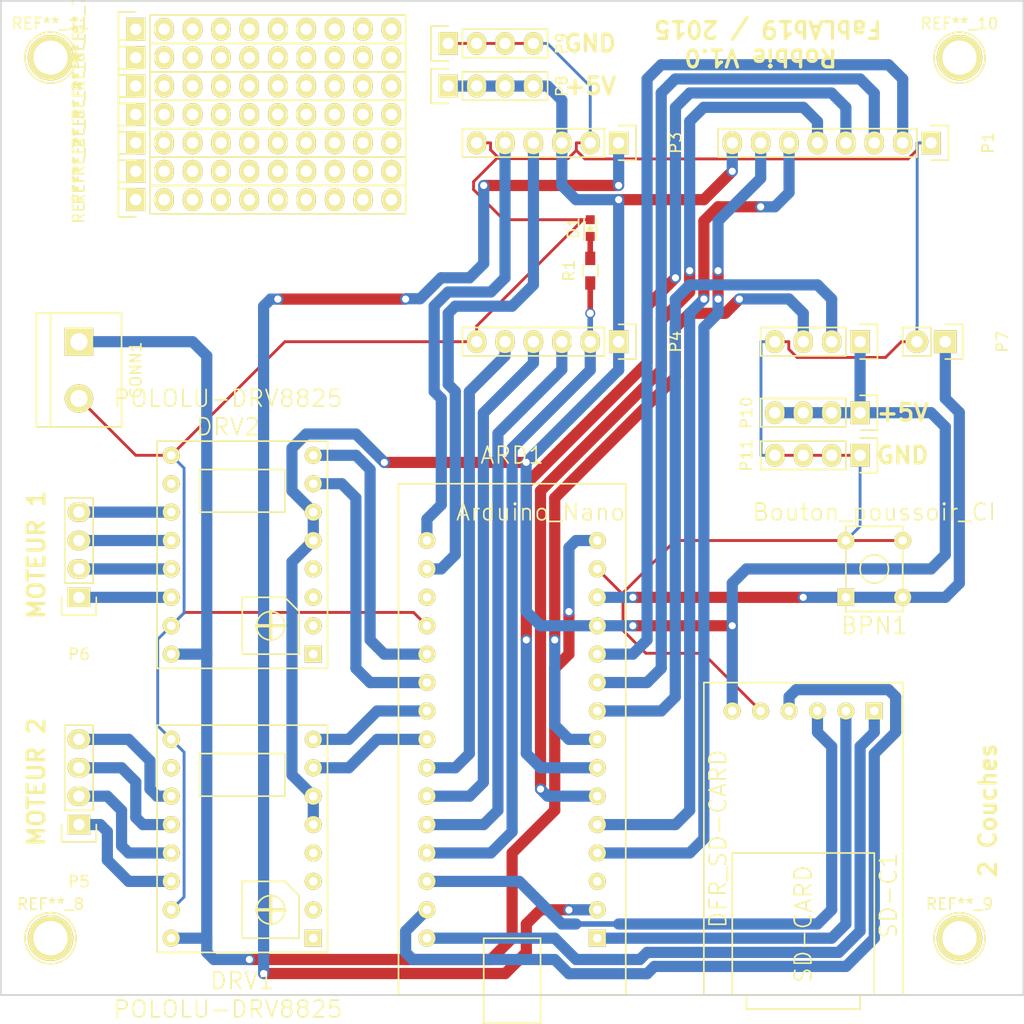
<source format=kicad_pcb>
(kicad_pcb (version 20171130) (host pcbnew "(5.1.12)-1")

  (general
    (thickness 1.6)
    (drawings 13)
    (tracks 386)
    (zones 0)
    (modules 30)
    (nets 37)
  )

  (page A4)
  (layers
    (0 F.Cu signal)
    (31 B.Cu signal)
    (32 B.Adhes user hide)
    (33 F.Adhes user hide)
    (34 B.Paste user hide)
    (35 F.Paste user hide)
    (36 B.SilkS user hide)
    (37 F.SilkS user hide)
    (38 B.Mask user hide)
    (39 F.Mask user hide)
    (40 Dwgs.User user hide)
    (41 Cmts.User user hide)
    (42 Eco1.User user hide)
    (43 Eco2.User user hide)
    (44 Edge.Cuts user)
    (45 Margin user hide)
    (46 B.CrtYd user hide)
    (47 F.CrtYd user hide)
    (48 B.Fab user hide)
    (49 F.Fab user hide)
  )

  (setup
    (last_trace_width 0.254)
    (user_trace_width 0.5)
    (user_trace_width 1)
    (user_trace_width 2)
    (trace_clearance 0.254)
    (zone_clearance 0.508)
    (zone_45_only no)
    (trace_min 0.254)
    (via_size 0.889)
    (via_drill 0.635)
    (via_min_size 0.889)
    (via_min_drill 0.508)
    (user_via 1.135 0.5)
    (user_via 1.635 1)
    (user_via 2.635 2)
    (uvia_size 0.508)
    (uvia_drill 0.127)
    (uvias_allowed no)
    (uvia_min_size 0.508)
    (uvia_min_drill 0.127)
    (edge_width 0.15)
    (segment_width 0.2)
    (pcb_text_width 0.3)
    (pcb_text_size 1.5 1.5)
    (mod_edge_width 0.15)
    (mod_text_size 1.5 1.5)
    (mod_text_width 0.15)
    (pad_size 4.064 4.064)
    (pad_drill 3.048)
    (pad_to_mask_clearance 0.2)
    (aux_axis_origin 0 0)
    (visible_elements 7FFFFFFF)
    (pcbplotparams
      (layerselection 0x01000_80000001)
      (usegerberextensions false)
      (usegerberattributes true)
      (usegerberadvancedattributes true)
      (creategerberjobfile true)
      (excludeedgelayer true)
      (linewidth 0.100000)
      (plotframeref false)
      (viasonmask false)
      (mode 1)
      (useauxorigin false)
      (hpglpennumber 1)
      (hpglpenspeed 20)
      (hpglpendiameter 15.000000)
      (psnegative false)
      (psa4output false)
      (plotreference true)
      (plotvalue true)
      (plotinvisibletext false)
      (padsonsilk false)
      (subtractmaskfromsilk false)
      (outputformat 1)
      (mirror false)
      (drillshape 0)
      (scaleselection 1)
      (outputdirectory "Gerber/"))
  )

  (net 0 "")
  (net 1 "Net-(ARD1-Pad1)")
  (net 2 +3.3V)
  (net 3 "Net-(ARD1-Pad4)")
  (net 4 "Net-(ARD1-Pad5)")
  (net 5 "Net-(ARD1-Pad6)")
  (net 6 "Net-(ARD1-Pad7)")
  (net 7 "Net-(ARD1-Pad8)")
  (net 8 "Net-(ARD1-Pad9)")
  (net 9 "Net-(ARD1-Pad10)")
  (net 10 "Net-(ARD1-Pad11)")
  (net 11 +5V)
  (net 12 GND)
  (net 13 +BATT)
  (net 14 "Net-(ARD1-Pad16)")
  (net 15 "Net-(ARD1-Pad17)")
  (net 16 "Net-(ARD1-Pad20)")
  (net 17 "Net-(ARD1-Pad21)")
  (net 18 "Net-(ARD1-Pad22)")
  (net 19 "Net-(ARD1-Pad23)")
  (net 20 "Net-(ARD1-Pad24)")
  (net 21 "Net-(ARD1-Pad25)")
  (net 22 "Net-(ARD1-Pad26)")
  (net 23 "Net-(ARD1-Pad27)")
  (net 24 "Net-(ARD1-Pad28)")
  (net 25 "Net-(ARD1-Pad29)")
  (net 26 "Net-(D1-Pad1)")
  (net 27 "Net-(DRV1-Pad11)")
  (net 28 "Net-(DRV1-Pad12)")
  (net 29 "Net-(DRV1-Pad13)")
  (net 30 "Net-(DRV1-Pad14)")
  (net 31 "Net-(DRV2-Pad11)")
  (net 32 "Net-(DRV2-Pad12)")
  (net 33 "Net-(DRV2-Pad13)")
  (net 34 "Net-(DRV2-Pad14)")
  (net 35 "Net-(ARD1-Pad13)")
  (net 36 "Net-(ARD1-Pad30)")

  (net_class Default "Ceci est la Netclass par défaut"
    (clearance 0.254)
    (trace_width 0.254)
    (via_dia 0.889)
    (via_drill 0.635)
    (uvia_dia 0.508)
    (uvia_drill 0.127)
    (add_net +3.3V)
    (add_net +5V)
    (add_net +BATT)
    (add_net GND)
    (add_net "Net-(ARD1-Pad1)")
    (add_net "Net-(ARD1-Pad10)")
    (add_net "Net-(ARD1-Pad11)")
    (add_net "Net-(ARD1-Pad13)")
    (add_net "Net-(ARD1-Pad16)")
    (add_net "Net-(ARD1-Pad17)")
    (add_net "Net-(ARD1-Pad20)")
    (add_net "Net-(ARD1-Pad21)")
    (add_net "Net-(ARD1-Pad22)")
    (add_net "Net-(ARD1-Pad23)")
    (add_net "Net-(ARD1-Pad24)")
    (add_net "Net-(ARD1-Pad25)")
    (add_net "Net-(ARD1-Pad26)")
    (add_net "Net-(ARD1-Pad27)")
    (add_net "Net-(ARD1-Pad28)")
    (add_net "Net-(ARD1-Pad29)")
    (add_net "Net-(ARD1-Pad30)")
    (add_net "Net-(ARD1-Pad4)")
    (add_net "Net-(ARD1-Pad5)")
    (add_net "Net-(ARD1-Pad6)")
    (add_net "Net-(ARD1-Pad7)")
    (add_net "Net-(ARD1-Pad8)")
    (add_net "Net-(ARD1-Pad9)")
    (add_net "Net-(D1-Pad1)")
    (add_net "Net-(DRV1-Pad11)")
    (add_net "Net-(DRV1-Pad12)")
    (add_net "Net-(DRV1-Pad13)")
    (add_net "Net-(DRV1-Pad14)")
    (add_net "Net-(DRV2-Pad11)")
    (add_net "Net-(DRV2-Pad12)")
    (add_net "Net-(DRV2-Pad13)")
    (add_net "Net-(DRV2-Pad14)")
  )

  (net_class 0.5mm ""
    (clearance 0.254)
    (trace_width 0.5)
    (via_dia 1.135)
    (via_drill 0.6)
    (uvia_dia 0.508)
    (uvia_drill 0.4)
  )

  (net_class 1mm ""
    (clearance 0.254)
    (trace_width 1)
    (via_dia 1.635)
    (via_drill 1)
    (uvia_dia 1.508)
    (uvia_drill 1)
  )

  (net_class 2mm ""
    (clearance 0.254)
    (trace_width 2)
    (via_dia 2.635)
    (via_drill 2)
    (uvia_dia 2.508)
    (uvia_drill 2)
  )

  (module "Arduino:Arduino Nano" (layer F.Cu) (tedit 55F46287) (tstamp 55F4B004)
    (at 150.495 132.08 180)
    (path /55F46466)
    (fp_text reference ARD1 (at 0 27.94 180) (layer F.SilkS)
      (effects (font (size 1.5 1.5) (thickness 0.15)))
    )
    (fp_text value Arduino_Nano (at -2.54 22.86 180) (layer F.SilkS)
      (effects (font (size 1.5 1.5) (thickness 0.15)))
    )
    (fp_line (start 10.16 25.4) (end 10.16 -20.32) (layer F.SilkS) (width 0.15))
    (fp_line (start -10.16 25.4) (end 10.16 25.4) (layer F.SilkS) (width 0.15))
    (fp_line (start -10.16 -20.32) (end -10.16 25.4) (layer F.SilkS) (width 0.15))
    (fp_line (start 2.54 -15.24) (end -2.54 -15.24) (layer F.SilkS) (width 0.15))
    (fp_line (start 2.54 -22.86) (end 2.54 -15.24) (layer F.SilkS) (width 0.15))
    (fp_line (start -2.54 -22.86) (end 2.54 -22.86) (layer F.SilkS) (width 0.15))
    (fp_line (start -2.54 -15.24) (end -2.54 -22.86) (layer F.SilkS) (width 0.15))
    (fp_line (start -10.16 -20.32) (end -2.54 -20.32) (layer F.SilkS) (width 0.15))
    (fp_line (start 2.54 -20.32) (end 10.16 -20.32) (layer F.SilkS) (width 0.15))
    (pad 1 thru_hole rect (at -7.62 -15.24 180) (size 1.524 1.524) (drill 0.762) (layers *.Cu *.Mask F.SilkS)
      (net 1 "Net-(ARD1-Pad1)"))
    (pad 2 thru_hole circle (at -7.62 -12.7 180) (size 1.524 1.524) (drill 0.762) (layers *.Cu *.Mask F.SilkS)
      (net 2 +3.3V))
    (pad 3 thru_hole circle (at -7.62 -10.16 180) (size 1.524 1.524) (drill 0.762) (layers *.Cu *.Mask F.SilkS))
    (pad 4 thru_hole circle (at -7.62 -7.62 180) (size 1.524 1.524) (drill 0.762) (layers *.Cu *.Mask F.SilkS)
      (net 3 "Net-(ARD1-Pad4)"))
    (pad 5 thru_hole circle (at -7.62 -5.08 180) (size 1.524 1.524) (drill 0.762) (layers *.Cu *.Mask F.SilkS)
      (net 4 "Net-(ARD1-Pad5)"))
    (pad 6 thru_hole circle (at -7.62 -2.54 180) (size 1.524 1.524) (drill 0.762) (layers *.Cu *.Mask F.SilkS)
      (net 5 "Net-(ARD1-Pad6)"))
    (pad 7 thru_hole circle (at -7.62 0 180) (size 1.524 1.524) (drill 0.762) (layers *.Cu *.Mask F.SilkS)
      (net 6 "Net-(ARD1-Pad7)"))
    (pad 8 thru_hole circle (at -7.62 2.54 180) (size 1.524 1.524) (drill 0.762) (layers *.Cu *.Mask F.SilkS)
      (net 7 "Net-(ARD1-Pad8)"))
    (pad 9 thru_hole circle (at -7.62 5.08 180) (size 1.524 1.524) (drill 0.762) (layers *.Cu *.Mask F.SilkS)
      (net 8 "Net-(ARD1-Pad9)"))
    (pad 10 thru_hole circle (at -7.62 7.62 180) (size 1.524 1.524) (drill 0.762) (layers *.Cu *.Mask F.SilkS)
      (net 9 "Net-(ARD1-Pad10)"))
    (pad 11 thru_hole circle (at -7.62 10.16 180) (size 1.524 1.524) (drill 0.762) (layers *.Cu *.Mask F.SilkS)
      (net 10 "Net-(ARD1-Pad11)"))
    (pad 12 thru_hole circle (at -7.62 12.7 180) (size 1.524 1.524) (drill 0.762) (layers *.Cu *.Mask F.SilkS)
      (net 11 +5V))
    (pad 13 thru_hole circle (at -7.62 15.24 180) (size 1.524 1.524) (drill 0.762) (layers *.Cu *.Mask F.SilkS)
      (net 35 "Net-(ARD1-Pad13)"))
    (pad 14 thru_hole circle (at -7.62 17.78 180) (size 1.524 1.524) (drill 0.762) (layers *.Cu *.Mask F.SilkS)
      (net 12 GND))
    (pad 15 thru_hole circle (at -7.62 20.32 180) (size 1.524 1.524) (drill 0.762) (layers *.Cu *.Mask F.SilkS)
      (net 13 +BATT))
    (pad 16 thru_hole circle (at 7.62 20.32 180) (size 1.524 1.524) (drill 0.762) (layers *.Cu *.Mask F.SilkS)
      (net 14 "Net-(ARD1-Pad16)"))
    (pad 17 thru_hole circle (at 7.62 17.78 180) (size 1.524 1.524) (drill 0.762) (layers *.Cu *.Mask F.SilkS)
      (net 15 "Net-(ARD1-Pad17)"))
    (pad 18 thru_hole circle (at 7.62 15.24 180) (size 1.524 1.524) (drill 0.762) (layers *.Cu *.Mask F.SilkS))
    (pad 19 thru_hole circle (at 7.62 12.7 180) (size 1.524 1.524) (drill 0.762) (layers *.Cu *.Mask F.SilkS)
      (net 12 GND))
    (pad 20 thru_hole circle (at 7.62 10.16 180) (size 1.524 1.524) (drill 0.762) (layers *.Cu *.Mask F.SilkS)
      (net 16 "Net-(ARD1-Pad20)"))
    (pad 21 thru_hole circle (at 7.62 7.62 180) (size 1.524 1.524) (drill 0.762) (layers *.Cu *.Mask F.SilkS)
      (net 17 "Net-(ARD1-Pad21)"))
    (pad 22 thru_hole circle (at 7.62 5.08 180) (size 1.524 1.524) (drill 0.762) (layers *.Cu *.Mask F.SilkS)
      (net 18 "Net-(ARD1-Pad22)"))
    (pad 23 thru_hole circle (at 7.62 2.54 180) (size 1.524 1.524) (drill 0.762) (layers *.Cu *.Mask F.SilkS)
      (net 19 "Net-(ARD1-Pad23)"))
    (pad 24 thru_hole circle (at 7.62 0 180) (size 1.524 1.524) (drill 0.762) (layers *.Cu *.Mask F.SilkS)
      (net 20 "Net-(ARD1-Pad24)"))
    (pad 25 thru_hole circle (at 7.62 -2.54 180) (size 1.524 1.524) (drill 0.762) (layers *.Cu *.Mask F.SilkS)
      (net 21 "Net-(ARD1-Pad25)"))
    (pad 26 thru_hole circle (at 7.62 -5.08 180) (size 1.524 1.524) (drill 0.762) (layers *.Cu *.Mask F.SilkS)
      (net 22 "Net-(ARD1-Pad26)"))
    (pad 27 thru_hole circle (at 7.62 -7.62 180) (size 1.524 1.524) (drill 0.762) (layers *.Cu *.Mask F.SilkS)
      (net 23 "Net-(ARD1-Pad27)"))
    (pad 28 thru_hole circle (at 7.62 -10.16 180) (size 1.524 1.524) (drill 0.762) (layers *.Cu *.Mask F.SilkS)
      (net 24 "Net-(ARD1-Pad28)"))
    (pad 29 thru_hole circle (at 7.62 -12.7 180) (size 1.524 1.524) (drill 0.762) (layers *.Cu *.Mask F.SilkS)
      (net 25 "Net-(ARD1-Pad29)"))
    (pad 30 thru_hole circle (at 7.62 -15.24 180) (size 1.524 1.524) (drill 0.762) (layers *.Cu *.Mask F.SilkS)
      (net 36 "Net-(ARD1-Pad30)"))
  )

  (module Connect:bornier2 (layer F.Cu) (tedit 55F4AF0D) (tstamp 55F4B00F)
    (at 111.76 96.52 270)
    (descr "Bornier d'alimentation 2 pins")
    (tags DEV)
    (path /55F48580)
    (fp_text reference CONN1 (at 0 -5.08 270) (layer F.SilkS)
      (effects (font (size 1 1) (thickness 0.15)))
    )
    (fp_text value CONN_2 (at 0 5.08 270) (layer F.Fab)
      (effects (font (size 1 1) (thickness 0.15)))
    )
    (fp_line (start -5.08 3.81) (end 5.08 3.81) (layer F.SilkS) (width 0.15))
    (fp_line (start -5.08 -3.81) (end -5.08 3.81) (layer F.SilkS) (width 0.15))
    (fp_line (start 5.08 -3.81) (end -5.08 -3.81) (layer F.SilkS) (width 0.15))
    (fp_line (start 5.08 3.81) (end 5.08 -3.81) (layer F.SilkS) (width 0.15))
    (fp_line (start 5.08 2.54) (end -5.08 2.54) (layer F.SilkS) (width 0.15))
    (pad 1 thru_hole rect (at -2.54 0 270) (size 2.54 2.54) (drill 1.524) (layers *.Cu *.Mask F.SilkS)
      (net 13 +BATT))
    (pad 2 thru_hole circle (at 2.54 0 270) (size 2.54 2.54) (drill 1.524) (layers *.Cu *.Mask F.SilkS)
      (net 12 GND))
    (model Connect.3dshapes/bornier2.wrl
      (at (xyz 0 0 0))
      (scale (xyz 1 1 1))
      (rotate (xyz 0 0 0))
    )
  )

  (module LEDs:LED-0603 (layer F.Cu) (tedit 55BDE255) (tstamp 55F4B020)
    (at 157.48 83.82 90)
    (descr "LED 0603 smd package")
    (tags "LED led 0603 SMD smd SMT smt smdled SMDLED smtled SMTLED")
    (path /55F4BEA4)
    (attr smd)
    (fp_text reference D1 (at 0 -1.5 90) (layer F.SilkS)
      (effects (font (size 1 1) (thickness 0.15)))
    )
    (fp_text value LED (at 0 1.5 90) (layer F.Fab)
      (effects (font (size 1 1) (thickness 0.15)))
    )
    (fp_line (start -1.4 -0.75) (end 1.4 -0.75) (layer F.CrtYd) (width 0.05))
    (fp_line (start -1.4 0.75) (end -1.4 -0.75) (layer F.CrtYd) (width 0.05))
    (fp_line (start 1.4 0.75) (end -1.4 0.75) (layer F.CrtYd) (width 0.05))
    (fp_line (start 1.4 -0.75) (end 1.4 0.75) (layer F.CrtYd) (width 0.05))
    (fp_line (start 0 0.25) (end -0.25 0) (layer F.SilkS) (width 0.15))
    (fp_line (start 0 -0.25) (end 0 0.25) (layer F.SilkS) (width 0.15))
    (fp_line (start -0.25 0) (end 0 -0.25) (layer F.SilkS) (width 0.15))
    (fp_line (start -0.25 -0.25) (end -0.25 0.25) (layer F.SilkS) (width 0.15))
    (fp_line (start -0.2 0) (end 0.25 0) (layer F.SilkS) (width 0.15))
    (fp_line (start -1.1 -0.55) (end 0.8 -0.55) (layer F.SilkS) (width 0.15))
    (fp_line (start -1.1 0.55) (end 0.8 0.55) (layer F.SilkS) (width 0.15))
    (pad 2 smd rect (at 0.7493 0 270) (size 0.79756 0.79756) (layers F.Cu F.Paste F.Mask)
      (net 12 GND))
    (pad 1 smd rect (at -0.7493 0 270) (size 0.79756 0.79756) (layers F.Cu F.Paste F.Mask)
      (net 26 "Net-(D1-Pad1)"))
  )

  (module POLOLU-DRV8825:POLOLU-DRV8825 (layer F.Cu) (tedit 55F47BD3) (tstamp 55F4B044)
    (at 125.095 137.16 180)
    (path /55F47FD1)
    (fp_text reference DRV1 (at -1.27 -13.97 180) (layer F.SilkS)
      (effects (font (size 1.5 1.5) (thickness 0.15)))
    )
    (fp_text value POLOLU-DRV8825 (at 0 -16.51 180) (layer F.SilkS)
      (effects (font (size 1.5 1.5) (thickness 0.15)))
    )
    (fp_line (start -8.89 8.89) (end -8.89 -11.43) (layer F.SilkS) (width 0.15))
    (fp_line (start 6.35 8.89) (end -8.89 8.89) (layer F.SilkS) (width 0.15))
    (fp_line (start 6.35 -11.43) (end 6.35 8.89) (layer F.SilkS) (width 0.15))
    (fp_line (start -8.89 -11.43) (end 6.35 -11.43) (layer F.SilkS) (width 0.15))
    (fp_line (start -5.08 6.35) (end -5.08 2.54) (layer F.SilkS) (width 0.15))
    (fp_line (start 2.54 6.35) (end -5.08 6.35) (layer F.SilkS) (width 0.15))
    (fp_line (start 2.54 2.54) (end 2.54 6.35) (layer F.SilkS) (width 0.15))
    (fp_line (start -5.08 2.54) (end 2.54 2.54) (layer F.SilkS) (width 0.15))
    (fp_line (start -3.81 -8.89) (end -3.81 -6.35) (layer F.SilkS) (width 0.3))
    (fp_line (start -5.08 -7.62) (end -2.54 -7.62) (layer F.SilkS) (width 0.3))
    (fp_line (start -6.35 -6.35) (end -6.35 -10.16) (layer F.SilkS) (width 0.15))
    (fp_line (start -5.08 -5.08) (end -6.35 -6.35) (layer F.SilkS) (width 0.15))
    (fp_line (start -1.27 -5.08) (end -5.08 -5.08) (layer F.SilkS) (width 0.15))
    (fp_line (start -1.27 -10.16) (end -1.27 -5.08) (layer F.SilkS) (width 0.15))
    (fp_line (start -6.35 -10.16) (end -1.27 -10.16) (layer F.SilkS) (width 0.15))
    (fp_circle (center -3.81 -7.62) (end -2.54 -7.62) (layer F.SilkS) (width 0.15))
    (pad 1 thru_hole rect (at -7.62 -10.16 180) (size 1.524 1.524) (drill 0.762) (layers *.Cu *.Mask F.SilkS))
    (pad 2 thru_hole circle (at -7.62 -7.62 180) (size 1.524 1.524) (drill 0.762) (layers *.Cu *.Mask F.SilkS))
    (pad 3 thru_hole circle (at -7.62 -5.08 180) (size 1.524 1.524) (drill 0.762) (layers *.Cu *.Mask F.SilkS))
    (pad 4 thru_hole circle (at -7.62 -2.54 180) (size 1.524 1.524) (drill 0.762) (layers *.Cu *.Mask F.SilkS))
    (pad 5 thru_hole circle (at -7.62 0 180) (size 1.524 1.524) (drill 0.762) (layers *.Cu *.Mask F.SilkS)
      (net 11 +5V))
    (pad 6 thru_hole circle (at -7.62 2.54 180) (size 1.524 1.524) (drill 0.762) (layers *.Cu *.Mask F.SilkS)
      (net 11 +5V))
    (pad 7 thru_hole circle (at -7.62 5.08 180) (size 1.524 1.524) (drill 0.762) (layers *.Cu *.Mask F.SilkS)
      (net 19 "Net-(ARD1-Pad23)"))
    (pad 8 thru_hole circle (at -7.62 7.62 180) (size 1.524 1.524) (drill 0.762) (layers *.Cu *.Mask F.SilkS)
      (net 18 "Net-(ARD1-Pad22)"))
    (pad 9 thru_hole circle (at 5.08 7.62 180) (size 1.524 1.524) (drill 0.762) (layers *.Cu *.Mask F.SilkS)
      (net 12 GND))
    (pad 10 thru_hole circle (at 5.08 5.08 180) (size 1.524 1.524) (drill 0.762) (layers *.Cu *.Mask F.SilkS))
    (pad 11 thru_hole circle (at 5.08 2.54 180) (size 1.524 1.524) (drill 0.762) (layers *.Cu *.Mask F.SilkS)
      (net 27 "Net-(DRV1-Pad11)"))
    (pad 12 thru_hole circle (at 5.08 0 180) (size 1.524 1.524) (drill 0.762) (layers *.Cu *.Mask F.SilkS)
      (net 28 "Net-(DRV1-Pad12)"))
    (pad 13 thru_hole circle (at 5.08 -2.54 180) (size 1.524 1.524) (drill 0.762) (layers *.Cu *.Mask F.SilkS)
      (net 29 "Net-(DRV1-Pad13)"))
    (pad 14 thru_hole circle (at 5.08 -5.08 180) (size 1.524 1.524) (drill 0.762) (layers *.Cu *.Mask F.SilkS)
      (net 30 "Net-(DRV1-Pad14)"))
    (pad 15 thru_hole circle (at 5.08 -7.62 180) (size 1.524 1.524) (drill 0.762) (layers *.Cu *.Mask F.SilkS)
      (net 12 GND))
    (pad 16 thru_hole circle (at 5.08 -10.16 180) (size 1.524 1.524) (drill 0.762) (layers *.Cu *.Mask F.SilkS)
      (net 13 +BATT))
  )

  (module POLOLU-DRV8825:POLOLU-DRV8825 (layer F.Cu) (tedit 55F71C7A) (tstamp 55F4B068)
    (at 125.095 111.76 180)
    (path /55F4802E)
    (fp_text reference DRV2 (at 0 10.16 180) (layer F.SilkS)
      (effects (font (size 1.5 1.5) (thickness 0.15)))
    )
    (fp_text value POLOLU-DRV8825 (at 0 12.7 180) (layer F.SilkS)
      (effects (font (size 1.5 1.5) (thickness 0.15)))
    )
    (fp_line (start -8.89 8.89) (end -8.89 -11.43) (layer F.SilkS) (width 0.15))
    (fp_line (start 6.35 8.89) (end -8.89 8.89) (layer F.SilkS) (width 0.15))
    (fp_line (start 6.35 -11.43) (end 6.35 8.89) (layer F.SilkS) (width 0.15))
    (fp_line (start -8.89 -11.43) (end 6.35 -11.43) (layer F.SilkS) (width 0.15))
    (fp_line (start -5.08 6.35) (end -5.08 2.54) (layer F.SilkS) (width 0.15))
    (fp_line (start 2.54 6.35) (end -5.08 6.35) (layer F.SilkS) (width 0.15))
    (fp_line (start 2.54 2.54) (end 2.54 6.35) (layer F.SilkS) (width 0.15))
    (fp_line (start -5.08 2.54) (end 2.54 2.54) (layer F.SilkS) (width 0.15))
    (fp_line (start -3.81 -8.89) (end -3.81 -6.35) (layer F.SilkS) (width 0.3))
    (fp_line (start -5.08 -7.62) (end -2.54 -7.62) (layer F.SilkS) (width 0.3))
    (fp_line (start -6.35 -6.35) (end -6.35 -10.16) (layer F.SilkS) (width 0.15))
    (fp_line (start -5.08 -5.08) (end -6.35 -6.35) (layer F.SilkS) (width 0.15))
    (fp_line (start -1.27 -5.08) (end -5.08 -5.08) (layer F.SilkS) (width 0.15))
    (fp_line (start -1.27 -10.16) (end -1.27 -5.08) (layer F.SilkS) (width 0.15))
    (fp_line (start -6.35 -10.16) (end -1.27 -10.16) (layer F.SilkS) (width 0.15))
    (fp_circle (center -3.81 -7.62) (end -2.54 -7.62) (layer F.SilkS) (width 0.15))
    (pad 1 thru_hole rect (at -7.62 -10.16 180) (size 1.524 1.524) (drill 0.762) (layers *.Cu *.Mask F.SilkS))
    (pad 2 thru_hole circle (at -7.62 -7.62 180) (size 1.524 1.524) (drill 0.762) (layers *.Cu *.Mask F.SilkS))
    (pad 3 thru_hole circle (at -7.62 -5.08 180) (size 1.524 1.524) (drill 0.762) (layers *.Cu *.Mask F.SilkS))
    (pad 4 thru_hole circle (at -7.62 -2.54 180) (size 1.524 1.524) (drill 0.762) (layers *.Cu *.Mask F.SilkS))
    (pad 5 thru_hole circle (at -7.62 0 180) (size 1.524 1.524) (drill 0.762) (layers *.Cu *.Mask F.SilkS)
      (net 11 +5V))
    (pad 6 thru_hole circle (at -7.62 2.54 180) (size 1.524 1.524) (drill 0.762) (layers *.Cu *.Mask F.SilkS)
      (net 11 +5V))
    (pad 7 thru_hole circle (at -7.62 5.08 180) (size 1.524 1.524) (drill 0.762) (layers *.Cu *.Mask F.SilkS)
      (net 17 "Net-(ARD1-Pad21)"))
    (pad 8 thru_hole circle (at -7.62 7.62 180) (size 1.524 1.524) (drill 0.762) (layers *.Cu *.Mask F.SilkS)
      (net 16 "Net-(ARD1-Pad20)"))
    (pad 9 thru_hole circle (at 5.08 7.62 180) (size 1.524 1.524) (drill 0.762) (layers *.Cu *.Mask F.SilkS)
      (net 12 GND))
    (pad 10 thru_hole circle (at 5.08 5.08 180) (size 1.524 1.524) (drill 0.762) (layers *.Cu *.Mask F.SilkS))
    (pad 11 thru_hole circle (at 5.08 2.54 180) (size 1.524 1.524) (drill 0.762) (layers *.Cu *.Mask F.SilkS)
      (net 31 "Net-(DRV2-Pad11)"))
    (pad 12 thru_hole circle (at 5.08 0 180) (size 1.524 1.524) (drill 0.762) (layers *.Cu *.Mask F.SilkS)
      (net 32 "Net-(DRV2-Pad12)"))
    (pad 13 thru_hole circle (at 5.08 -2.54 180) (size 1.524 1.524) (drill 0.762) (layers *.Cu *.Mask F.SilkS)
      (net 33 "Net-(DRV2-Pad13)"))
    (pad 14 thru_hole circle (at 5.08 -5.08 180) (size 1.524 1.524) (drill 0.762) (layers *.Cu *.Mask F.SilkS)
      (net 34 "Net-(DRV2-Pad14)"))
    (pad 15 thru_hole circle (at 5.08 -7.62 180) (size 1.524 1.524) (drill 0.762) (layers *.Cu *.Mask F.SilkS)
      (net 12 GND))
    (pad 16 thru_hole circle (at 5.08 -10.16 180) (size 1.524 1.524) (drill 0.762) (layers *.Cu *.Mask F.SilkS)
      (net 13 +BATT))
  )

  (module Pin_Headers:Pin_Header_Straight_1x04 (layer F.Cu) (tedit 55F4AF0D) (tstamp 55F4B0B8)
    (at 181.61 93.98 270)
    (descr "Through hole pin header")
    (tags "pin header")
    (path /55F49CDD)
    (fp_text reference P2 (at 0 -5.1 270) (layer F.SilkS)
      (effects (font (size 1 1) (thickness 0.15)))
    )
    (fp_text value CONN_01X04 (at 0 -3.1 270) (layer F.Fab)
      (effects (font (size 1 1) (thickness 0.15)))
    )
    (fp_line (start -1.55 -1.55) (end 1.55 -1.55) (layer F.SilkS) (width 0.15))
    (fp_line (start -1.55 0) (end -1.55 -1.55) (layer F.SilkS) (width 0.15))
    (fp_line (start 1.27 1.27) (end -1.27 1.27) (layer F.SilkS) (width 0.15))
    (fp_line (start -1.27 8.89) (end 1.27 8.89) (layer F.SilkS) (width 0.15))
    (fp_line (start 1.55 -1.55) (end 1.55 0) (layer F.SilkS) (width 0.15))
    (fp_line (start 1.27 1.27) (end 1.27 8.89) (layer F.SilkS) (width 0.15))
    (fp_line (start -1.27 1.27) (end -1.27 8.89) (layer F.SilkS) (width 0.15))
    (fp_line (start -1.75 9.4) (end 1.75 9.4) (layer F.CrtYd) (width 0.05))
    (fp_line (start -1.75 -1.75) (end 1.75 -1.75) (layer F.CrtYd) (width 0.05))
    (fp_line (start 1.75 -1.75) (end 1.75 9.4) (layer F.CrtYd) (width 0.05))
    (fp_line (start -1.75 -1.75) (end -1.75 9.4) (layer F.CrtYd) (width 0.05))
    (pad 1 thru_hole rect (at 0 0 270) (size 2.032 1.7272) (drill 1.016) (layers *.Cu *.Mask F.SilkS)
      (net 11 +5V))
    (pad 2 thru_hole oval (at 0 2.54 270) (size 2.032 1.7272) (drill 1.016) (layers *.Cu *.Mask F.SilkS)
      (net 8 "Net-(ARD1-Pad9)"))
    (pad 3 thru_hole oval (at 0 5.08 270) (size 2.032 1.7272) (drill 1.016) (layers *.Cu *.Mask F.SilkS)
      (net 7 "Net-(ARD1-Pad8)"))
    (pad 4 thru_hole oval (at 0 7.62 270) (size 2.032 1.7272) (drill 1.016) (layers *.Cu *.Mask F.SilkS)
      (net 12 GND))
    (model Pin_Headers.3dshapes/Pin_Header_Straight_1x04.wrl
      (offset (xyz 0 -3.809999942779541 0))
      (scale (xyz 1 1 1))
      (rotate (xyz 0 0 90))
    )
  )

  (module Pin_Headers:Pin_Header_Straight_1x06 (layer F.Cu) (tedit 55F4AF0D) (tstamp 55F4B0CD)
    (at 160.02 76.2 270)
    (descr "Through hole pin header")
    (tags "pin header")
    (path /55F4B564)
    (fp_text reference P3 (at 0 -5.1 270) (layer F.SilkS)
      (effects (font (size 1 1) (thickness 0.15)))
    )
    (fp_text value CONN_01X06 (at 0 -3.1 270) (layer F.Fab)
      (effects (font (size 1 1) (thickness 0.15)))
    )
    (fp_line (start -1.55 -1.55) (end 1.55 -1.55) (layer F.SilkS) (width 0.15))
    (fp_line (start -1.55 0) (end -1.55 -1.55) (layer F.SilkS) (width 0.15))
    (fp_line (start 1.27 1.27) (end -1.27 1.27) (layer F.SilkS) (width 0.15))
    (fp_line (start 1.55 -1.55) (end 1.55 0) (layer F.SilkS) (width 0.15))
    (fp_line (start -1.27 13.97) (end -1.27 1.27) (layer F.SilkS) (width 0.15))
    (fp_line (start 1.27 13.97) (end -1.27 13.97) (layer F.SilkS) (width 0.15))
    (fp_line (start 1.27 1.27) (end 1.27 13.97) (layer F.SilkS) (width 0.15))
    (fp_line (start -1.75 14.45) (end 1.75 14.45) (layer F.CrtYd) (width 0.05))
    (fp_line (start -1.75 -1.75) (end 1.75 -1.75) (layer F.CrtYd) (width 0.05))
    (fp_line (start 1.75 -1.75) (end 1.75 14.45) (layer F.CrtYd) (width 0.05))
    (fp_line (start -1.75 -1.75) (end -1.75 14.45) (layer F.CrtYd) (width 0.05))
    (pad 1 thru_hole rect (at 0 0 270) (size 2.032 1.7272) (drill 1.016) (layers *.Cu *.Mask F.SilkS)
      (net 2 +3.3V))
    (pad 2 thru_hole oval (at 0 2.54 270) (size 2.032 1.7272) (drill 1.016) (layers *.Cu *.Mask F.SilkS)
      (net 12 GND))
    (pad 3 thru_hole oval (at 0 5.08 270) (size 2.032 1.7272) (drill 1.016) (layers *.Cu *.Mask F.SilkS)
      (net 11 +5V))
    (pad 4 thru_hole oval (at 0 7.62 270) (size 2.032 1.7272) (drill 1.016) (layers *.Cu *.Mask F.SilkS)
      (net 15 "Net-(ARD1-Pad17)"))
    (pad 5 thru_hole oval (at 0 10.16 270) (size 2.032 1.7272) (drill 1.016) (layers *.Cu *.Mask F.SilkS)
      (net 14 "Net-(ARD1-Pad16)"))
    (pad 6 thru_hole oval (at 0 12.7 270) (size 2.032 1.7272) (drill 1.016) (layers *.Cu *.Mask F.SilkS)
      (net 12 GND))
    (model Pin_Headers.3dshapes/Pin_Header_Straight_1x06.wrl
      (offset (xyz 0 -6.349999904632568 0))
      (scale (xyz 1 1 1))
      (rotate (xyz 0 0 90))
    )
  )

  (module Pin_Headers:Pin_Header_Straight_1x06 (layer F.Cu) (tedit 55F4AF0D) (tstamp 55F4B0E2)
    (at 160.02 93.98 270)
    (descr "Through hole pin header")
    (tags "pin header")
    (path /55F4B798)
    (fp_text reference P4 (at 0 -5.1 270) (layer F.SilkS)
      (effects (font (size 1 1) (thickness 0.15)))
    )
    (fp_text value CONN_01X06 (at 0 -3.1 270) (layer F.Fab)
      (effects (font (size 1 1) (thickness 0.15)))
    )
    (fp_line (start -1.55 -1.55) (end 1.55 -1.55) (layer F.SilkS) (width 0.15))
    (fp_line (start -1.55 0) (end -1.55 -1.55) (layer F.SilkS) (width 0.15))
    (fp_line (start 1.27 1.27) (end -1.27 1.27) (layer F.SilkS) (width 0.15))
    (fp_line (start 1.55 -1.55) (end 1.55 0) (layer F.SilkS) (width 0.15))
    (fp_line (start -1.27 13.97) (end -1.27 1.27) (layer F.SilkS) (width 0.15))
    (fp_line (start 1.27 13.97) (end -1.27 13.97) (layer F.SilkS) (width 0.15))
    (fp_line (start 1.27 1.27) (end 1.27 13.97) (layer F.SilkS) (width 0.15))
    (fp_line (start -1.75 14.45) (end 1.75 14.45) (layer F.CrtYd) (width 0.05))
    (fp_line (start -1.75 -1.75) (end 1.75 -1.75) (layer F.CrtYd) (width 0.05))
    (fp_line (start 1.75 -1.75) (end 1.75 14.45) (layer F.CrtYd) (width 0.05))
    (fp_line (start -1.75 -1.75) (end -1.75 14.45) (layer F.CrtYd) (width 0.05))
    (pad 1 thru_hole rect (at 0 0 270) (size 2.032 1.7272) (drill 1.016) (layers *.Cu *.Mask F.SilkS)
      (net 11 +5V))
    (pad 2 thru_hole oval (at 0 2.54 270) (size 2.032 1.7272) (drill 1.016) (layers *.Cu *.Mask F.SilkS)
      (net 23 "Net-(ARD1-Pad27)"))
    (pad 3 thru_hole oval (at 0 5.08 270) (size 2.032 1.7272) (drill 1.016) (layers *.Cu *.Mask F.SilkS)
      (net 22 "Net-(ARD1-Pad26)"))
    (pad 4 thru_hole oval (at 0 7.62 270) (size 2.032 1.7272) (drill 1.016) (layers *.Cu *.Mask F.SilkS)
      (net 21 "Net-(ARD1-Pad25)"))
    (pad 5 thru_hole oval (at 0 10.16 270) (size 2.032 1.7272) (drill 1.016) (layers *.Cu *.Mask F.SilkS)
      (net 20 "Net-(ARD1-Pad24)"))
    (pad 6 thru_hole oval (at 0 12.7 270) (size 2.032 1.7272) (drill 1.016) (layers *.Cu *.Mask F.SilkS)
      (net 12 GND))
    (model Pin_Headers.3dshapes/Pin_Header_Straight_1x06.wrl
      (offset (xyz 0 -6.349999904632568 0))
      (scale (xyz 1 1 1))
      (rotate (xyz 0 0 90))
    )
  )

  (module Pin_Headers:Pin_Header_Straight_1x04 (layer F.Cu) (tedit 55F4AF0D) (tstamp 55F4B0F5)
    (at 111.76 137.16 180)
    (descr "Through hole pin header")
    (tags "pin header")
    (path /55F48D99)
    (fp_text reference P5 (at 0 -5.1 180) (layer F.SilkS)
      (effects (font (size 1 1) (thickness 0.15)))
    )
    (fp_text value CONN_01X04 (at 0 -3.1 180) (layer F.Fab)
      (effects (font (size 1 1) (thickness 0.15)))
    )
    (fp_line (start -1.55 -1.55) (end 1.55 -1.55) (layer F.SilkS) (width 0.15))
    (fp_line (start -1.55 0) (end -1.55 -1.55) (layer F.SilkS) (width 0.15))
    (fp_line (start 1.27 1.27) (end -1.27 1.27) (layer F.SilkS) (width 0.15))
    (fp_line (start -1.27 8.89) (end 1.27 8.89) (layer F.SilkS) (width 0.15))
    (fp_line (start 1.55 -1.55) (end 1.55 0) (layer F.SilkS) (width 0.15))
    (fp_line (start 1.27 1.27) (end 1.27 8.89) (layer F.SilkS) (width 0.15))
    (fp_line (start -1.27 1.27) (end -1.27 8.89) (layer F.SilkS) (width 0.15))
    (fp_line (start -1.75 9.4) (end 1.75 9.4) (layer F.CrtYd) (width 0.05))
    (fp_line (start -1.75 -1.75) (end 1.75 -1.75) (layer F.CrtYd) (width 0.05))
    (fp_line (start 1.75 -1.75) (end 1.75 9.4) (layer F.CrtYd) (width 0.05))
    (fp_line (start -1.75 -1.75) (end -1.75 9.4) (layer F.CrtYd) (width 0.05))
    (pad 1 thru_hole rect (at 0 0 180) (size 2.032 1.7272) (drill 1.016) (layers *.Cu *.Mask F.SilkS)
      (net 30 "Net-(DRV1-Pad14)"))
    (pad 2 thru_hole oval (at 0 2.54 180) (size 2.032 1.7272) (drill 1.016) (layers *.Cu *.Mask F.SilkS)
      (net 29 "Net-(DRV1-Pad13)"))
    (pad 3 thru_hole oval (at 0 5.08 180) (size 2.032 1.7272) (drill 1.016) (layers *.Cu *.Mask F.SilkS)
      (net 28 "Net-(DRV1-Pad12)"))
    (pad 4 thru_hole oval (at 0 7.62 180) (size 2.032 1.7272) (drill 1.016) (layers *.Cu *.Mask F.SilkS)
      (net 27 "Net-(DRV1-Pad11)"))
    (model Pin_Headers.3dshapes/Pin_Header_Straight_1x04.wrl
      (offset (xyz 0 -3.809999942779541 0))
      (scale (xyz 1 1 1))
      (rotate (xyz 0 0 90))
    )
  )

  (module Pin_Headers:Pin_Header_Straight_1x04 (layer F.Cu) (tedit 55F4AF0D) (tstamp 55F4B108)
    (at 111.76 116.84 180)
    (descr "Through hole pin header")
    (tags "pin header")
    (path /55F48DF5)
    (fp_text reference P6 (at 0 -5.1 180) (layer F.SilkS)
      (effects (font (size 1 1) (thickness 0.15)))
    )
    (fp_text value CONN_01X04 (at 0 -3.1 180) (layer F.Fab)
      (effects (font (size 1 1) (thickness 0.15)))
    )
    (fp_line (start -1.55 -1.55) (end 1.55 -1.55) (layer F.SilkS) (width 0.15))
    (fp_line (start -1.55 0) (end -1.55 -1.55) (layer F.SilkS) (width 0.15))
    (fp_line (start 1.27 1.27) (end -1.27 1.27) (layer F.SilkS) (width 0.15))
    (fp_line (start -1.27 8.89) (end 1.27 8.89) (layer F.SilkS) (width 0.15))
    (fp_line (start 1.55 -1.55) (end 1.55 0) (layer F.SilkS) (width 0.15))
    (fp_line (start 1.27 1.27) (end 1.27 8.89) (layer F.SilkS) (width 0.15))
    (fp_line (start -1.27 1.27) (end -1.27 8.89) (layer F.SilkS) (width 0.15))
    (fp_line (start -1.75 9.4) (end 1.75 9.4) (layer F.CrtYd) (width 0.05))
    (fp_line (start -1.75 -1.75) (end 1.75 -1.75) (layer F.CrtYd) (width 0.05))
    (fp_line (start 1.75 -1.75) (end 1.75 9.4) (layer F.CrtYd) (width 0.05))
    (fp_line (start -1.75 -1.75) (end -1.75 9.4) (layer F.CrtYd) (width 0.05))
    (pad 1 thru_hole rect (at 0 0 180) (size 2.032 1.7272) (drill 1.016) (layers *.Cu *.Mask F.SilkS)
      (net 34 "Net-(DRV2-Pad14)"))
    (pad 2 thru_hole oval (at 0 2.54 180) (size 2.032 1.7272) (drill 1.016) (layers *.Cu *.Mask F.SilkS)
      (net 33 "Net-(DRV2-Pad13)"))
    (pad 3 thru_hole oval (at 0 5.08 180) (size 2.032 1.7272) (drill 1.016) (layers *.Cu *.Mask F.SilkS)
      (net 32 "Net-(DRV2-Pad12)"))
    (pad 4 thru_hole oval (at 0 7.62 180) (size 2.032 1.7272) (drill 1.016) (layers *.Cu *.Mask F.SilkS)
      (net 31 "Net-(DRV2-Pad11)"))
    (model Pin_Headers.3dshapes/Pin_Header_Straight_1x04.wrl
      (offset (xyz 0 -3.809999942779541 0))
      (scale (xyz 1 1 1))
      (rotate (xyz 0 0 90))
    )
  )

  (module Resistors_SMD:R_0603_HandSoldering (layer F.Cu) (tedit 5418A00F) (tstamp 55F4BF38)
    (at 157.48 87.63 90)
    (descr "Resistor SMD 0603, hand soldering")
    (tags "resistor 0603")
    (path /55F4BC96)
    (attr smd)
    (fp_text reference R1 (at 0 -1.9 90) (layer F.SilkS)
      (effects (font (size 1 1) (thickness 0.15)))
    )
    (fp_text value 200 (at 0 1.9 90) (layer F.Fab)
      (effects (font (size 1 1) (thickness 0.15)))
    )
    (fp_line (start -0.5 -0.675) (end 0.5 -0.675) (layer F.SilkS) (width 0.15))
    (fp_line (start 0.5 0.675) (end -0.5 0.675) (layer F.SilkS) (width 0.15))
    (fp_line (start 2 -0.8) (end 2 0.8) (layer F.CrtYd) (width 0.05))
    (fp_line (start -2 -0.8) (end -2 0.8) (layer F.CrtYd) (width 0.05))
    (fp_line (start -2 0.8) (end 2 0.8) (layer F.CrtYd) (width 0.05))
    (fp_line (start -2 -0.8) (end 2 -0.8) (layer F.CrtYd) (width 0.05))
    (pad 1 smd rect (at -1.1 0 90) (size 1.2 0.9) (layers F.Cu F.Paste F.Mask)
      (net 23 "Net-(ARD1-Pad27)"))
    (pad 2 smd rect (at 1.1 0 90) (size 1.2 0.9) (layers F.Cu F.Paste F.Mask)
      (net 26 "Net-(D1-Pad1)"))
    (model Resistors_SMD.3dshapes/R_0603_HandSoldering.wrl
      (at (xyz 0 0 0))
      (scale (xyz 1 1 1))
      (rotate (xyz 0 0 0))
    )
  )

  (module Pin_Headers:Pin_Header_Straight_1x02 (layer F.Cu) (tedit 54EA090C) (tstamp 55F71A2E)
    (at 189.23 93.98 270)
    (descr "Through hole pin header")
    (tags "pin header")
    (path /55F71BCA)
    (fp_text reference P7 (at 0 -5.1 270) (layer F.SilkS)
      (effects (font (size 1 1) (thickness 0.15)))
    )
    (fp_text value CONN_01X02 (at 0 -3.1 270) (layer F.Fab)
      (effects (font (size 1 1) (thickness 0.15)))
    )
    (fp_line (start -1.27 3.81) (end 1.27 3.81) (layer F.SilkS) (width 0.15))
    (fp_line (start -1.27 1.27) (end -1.27 3.81) (layer F.SilkS) (width 0.15))
    (fp_line (start -1.55 -1.55) (end 1.55 -1.55) (layer F.SilkS) (width 0.15))
    (fp_line (start -1.55 0) (end -1.55 -1.55) (layer F.SilkS) (width 0.15))
    (fp_line (start 1.27 1.27) (end -1.27 1.27) (layer F.SilkS) (width 0.15))
    (fp_line (start -1.75 4.3) (end 1.75 4.3) (layer F.CrtYd) (width 0.05))
    (fp_line (start -1.75 -1.75) (end 1.75 -1.75) (layer F.CrtYd) (width 0.05))
    (fp_line (start 1.75 -1.75) (end 1.75 4.3) (layer F.CrtYd) (width 0.05))
    (fp_line (start -1.75 -1.75) (end -1.75 4.3) (layer F.CrtYd) (width 0.05))
    (fp_line (start 1.55 -1.55) (end 1.55 0) (layer F.SilkS) (width 0.15))
    (fp_line (start 1.27 1.27) (end 1.27 3.81) (layer F.SilkS) (width 0.15))
    (pad 1 thru_hole rect (at 0 0 270) (size 2.032 2.032) (drill 1.016) (layers *.Cu *.Mask F.SilkS)
      (net 35 "Net-(ARD1-Pad13)"))
    (pad 2 thru_hole oval (at 0 2.54 270) (size 2.032 2.032) (drill 1.016) (layers *.Cu *.Mask F.SilkS)
      (net 12 GND))
    (model Pin_Headers.3dshapes/Pin_Header_Straight_1x02.wrl
      (offset (xyz 0 -1.269999980926514 0))
      (scale (xyz 1 1 1))
      (rotate (xyz 0 0 90))
    )
  )

  (module Boutons:BPN-CI (layer F.Cu) (tedit 55F7194A) (tstamp 55F71B4B)
    (at 182.88 114.3 90)
    (path /55F72222)
    (fp_text reference BPN1 (at -5.08 0 180) (layer F.SilkS)
      (effects (font (size 1.5 1.5) (thickness 0.15)))
    )
    (fp_text value Bouton_poussoir_CI (at 5.08 0 180) (layer F.SilkS)
      (effects (font (size 1.5 1.5) (thickness 0.15)))
    )
    (fp_line (start -3.81 2.54) (end -3.81 -2.54) (layer F.SilkS) (width 0.15))
    (fp_line (start 3.81 2.54) (end -3.81 2.54) (layer F.SilkS) (width 0.15))
    (fp_line (start 3.81 -2.54) (end 3.81 2.54) (layer F.SilkS) (width 0.15))
    (fp_line (start -3.81 -2.54) (end 3.81 -2.54) (layer F.SilkS) (width 0.15))
    (fp_circle (center 0 0) (end 1.27 0) (layer F.SilkS) (width 0.15))
    (pad 1 thru_hole rect (at -2.54 -2.54 90) (size 1.524 1.524) (drill 0.762) (layers *.Cu *.Mask F.SilkS)
      (net 35 "Net-(ARD1-Pad13)"))
    (pad 2 thru_hole circle (at 2.54 -2.54 90) (size 1.524 1.524) (drill 0.762) (layers *.Cu *.Mask F.SilkS)
      (net 12 GND))
    (pad 3 thru_hole circle (at -2.54 2.54 90) (size 1.524 1.524) (drill 0.762) (layers *.Cu *.Mask F.SilkS)
      (net 35 "Net-(ARD1-Pad13)"))
    (pad 4 thru_hole circle (at 2.54 2.54 90) (size 1.524 1.524) (drill 0.762) (layers *.Cu *.Mask F.SilkS)
      (net 12 GND))
  )

  (module DF-ROBOT_SD-CARD:DFR_SD-CARD (layer F.Cu) (tedit 55F7276C) (tstamp 55F72899)
    (at 175.26 127 270)
    (path /55F49428)
    (fp_text reference SD-C1 (at 16.51 -8.89 270) (layer F.SilkS)
      (effects (font (size 1.5 1.5) (thickness 0.15)))
    )
    (fp_text value DFR_SD-CARD (at 11.43 6.35 270) (layer F.SilkS)
      (effects (font (size 1.5 1.5) (thickness 0.15)))
    )
    (fp_line (start -2.54 7.62) (end -2.54 -10.16) (layer F.SilkS) (width 0.15))
    (fp_line (start 25.4 7.62) (end -2.54 7.62) (layer F.SilkS) (width 0.15))
    (fp_line (start 25.4 -10.16) (end 25.4 7.62) (layer F.SilkS) (width 0.15))
    (fp_line (start -2.54 -10.16) (end 25.4 -10.16) (layer F.SilkS) (width 0.15))
    (fp_line (start 12.7 5.08) (end 25.4 5.08) (layer F.SilkS) (width 0.15))
    (fp_line (start 12.7 -7.62) (end 12.7 5.08) (layer F.SilkS) (width 0.15))
    (fp_line (start 25.4 -7.62) (end 12.7 -7.62) (layer F.SilkS) (width 0.15))
    (fp_line (start 26.67 3.81) (end 25.4 3.81) (layer F.SilkS) (width 0.15))
    (fp_line (start 26.67 -6.35) (end 26.67 3.81) (layer F.SilkS) (width 0.15))
    (fp_line (start 25.4 -6.35) (end 26.67 -6.35) (layer F.SilkS) (width 0.15))
    (fp_text user SD-CARD (at 19.05 -1.27 270) (layer F.SilkS)
      (effects (font (size 1.5 1.5) (thickness 0.15)))
    )
    (pad 1 thru_hole rect (at 0 -7.62 270) (size 1.524 1.524) (drill 0.762) (layers *.Cu *.Mask F.SilkS)
      (net 36 "Net-(ARD1-Pad30)"))
    (pad 2 thru_hole circle (at 0 -5.08 270) (size 1.524 1.524) (drill 0.762) (layers *.Cu *.Mask F.SilkS)
      (net 1 "Net-(ARD1-Pad1)"))
    (pad 3 thru_hole circle (at 0 -2.54 270) (size 1.524 1.524) (drill 0.762) (layers *.Cu *.Mask F.SilkS)
      (net 24 "Net-(ARD1-Pad28)"))
    (pad 4 thru_hole circle (at 0 0 270) (size 1.524 1.524) (drill 0.762) (layers *.Cu *.Mask F.SilkS)
      (net 25 "Net-(ARD1-Pad29)"))
    (pad 5 thru_hole circle (at 0 2.54 270) (size 1.524 1.524) (drill 0.762) (layers *.Cu *.Mask F.SilkS)
      (net 12 GND))
    (pad 6 thru_hole circle (at 0 5.08 270) (size 1.524 1.524) (drill 0.762) (layers *.Cu *.Mask F.SilkS)
      (net 11 +5V))
  )

  (module Pin_Headers:Pin_Header_Straight_1x08 (layer F.Cu) (tedit 55FDBC09) (tstamp 55FDBD27)
    (at 187.96 76.2 270)
    (descr "Through hole pin header")
    (tags "pin header")
    (path /55FDC168)
    (fp_text reference P1 (at 0 -5.1 270) (layer F.SilkS)
      (effects (font (size 1 1) (thickness 0.15)))
    )
    (fp_text value CONN_01X08 (at 0 -3.1 270) (layer F.Fab)
      (effects (font (size 1 1) (thickness 0.15)))
    )
    (fp_line (start -1.55 -1.55) (end 1.55 -1.55) (layer F.SilkS) (width 0.15))
    (fp_line (start -1.55 0) (end -1.55 -1.55) (layer F.SilkS) (width 0.15))
    (fp_line (start 1.27 1.27) (end -1.27 1.27) (layer F.SilkS) (width 0.15))
    (fp_line (start 1.55 -1.55) (end 1.55 0) (layer F.SilkS) (width 0.15))
    (fp_line (start -1.27 19.05) (end -1.27 1.27) (layer F.SilkS) (width 0.15))
    (fp_line (start 1.27 19.05) (end -1.27 19.05) (layer F.SilkS) (width 0.15))
    (fp_line (start 1.27 1.27) (end 1.27 19.05) (layer F.SilkS) (width 0.15))
    (fp_line (start -1.75 19.55) (end 1.75 19.55) (layer F.CrtYd) (width 0.05))
    (fp_line (start -1.75 -1.75) (end 1.75 -1.75) (layer F.CrtYd) (width 0.05))
    (fp_line (start 1.75 -1.75) (end 1.75 19.55) (layer F.CrtYd) (width 0.05))
    (fp_line (start -1.75 -1.75) (end -1.75 19.55) (layer F.CrtYd) (width 0.05))
    (pad 1 thru_hole rect (at 0 0 270) (size 2.032 1.7272) (drill 1.016) (layers *.Cu *.Mask F.SilkS)
      (net 12 GND))
    (pad 2 thru_hole oval (at 0 2.54 270) (size 2.032 1.7272) (drill 1.016) (layers *.Cu *.Mask F.SilkS)
      (net 10 "Net-(ARD1-Pad11)"))
    (pad 3 thru_hole oval (at 0 5.08 270) (size 2.032 1.7272) (drill 1.016) (layers *.Cu *.Mask F.SilkS)
      (net 9 "Net-(ARD1-Pad10)"))
    (pad 4 thru_hole oval (at 0 7.62 270) (size 2.032 1.7272) (drill 1.016) (layers *.Cu *.Mask F.SilkS)
      (net 6 "Net-(ARD1-Pad7)"))
    (pad 5 thru_hole oval (at 0 10.16 270) (size 2.032 1.7272) (drill 1.016) (layers *.Cu *.Mask F.SilkS)
      (net 5 "Net-(ARD1-Pad6)"))
    (pad 6 thru_hole oval (at 0 12.7 270) (size 2.032 1.7272) (drill 1.016) (layers *.Cu *.Mask F.SilkS)
      (net 4 "Net-(ARD1-Pad5)"))
    (pad 7 thru_hole oval (at 0 15.24 270) (size 2.032 1.7272) (drill 1.016) (layers *.Cu *.Mask F.SilkS)
      (net 3 "Net-(ARD1-Pad4)"))
    (pad 8 thru_hole oval (at 0 17.78 270) (size 2.032 1.7272) (drill 1.016) (layers *.Cu *.Mask F.SilkS)
      (net 11 +5V))
    (model Pin_Headers.3dshapes/Pin_Header_Straight_1x08.wrl
      (offset (xyz 0 -8.889999866485596 0))
      (scale (xyz 1 1 1))
      (rotate (xyz 0 0 90))
    )
  )

  (module Connect:1pin (layer F.Cu) (tedit 55FDBC4F) (tstamp 55FDBD43)
    (at 109.22 68.58)
    (descr "module 1 pin (ou trou mecanique de percage)")
    (tags DEV)
    (fp_text reference REF**_11 (at 0 -3.048) (layer F.SilkS)
      (effects (font (size 1 1) (thickness 0.15)))
    )
    (fp_text value 1pin (at 0 2.794) (layer F.Fab)
      (effects (font (size 1 1) (thickness 0.15)))
    )
    (fp_circle (center 0 0) (end 0 -2.286) (layer F.SilkS) (width 0.15))
    (pad 1 thru_hole circle (at 0 0) (size 4.064 4.064) (drill 3.048) (layers *.Cu *.Mask F.SilkS))
  )

  (module Connect:1pin (layer F.Cu) (tedit 55FDBC54) (tstamp 55FDBD49)
    (at 190.5 68.58)
    (descr "module 1 pin (ou trou mecanique de percage)")
    (tags DEV)
    (fp_text reference REF**_10 (at 0 -3.048) (layer F.SilkS)
      (effects (font (size 1 1) (thickness 0.15)))
    )
    (fp_text value 1pin (at 0 2.794) (layer F.Fab)
      (effects (font (size 1 1) (thickness 0.15)))
    )
    (fp_circle (center 0 0) (end 0 -2.286) (layer F.SilkS) (width 0.15))
    (pad 1 thru_hole circle (at 0 0) (size 4.064 4.064) (drill 3.048) (layers *.Cu *.Mask F.SilkS))
  )

  (module Connect:1pin (layer F.Cu) (tedit 55FDBC58) (tstamp 55FDBD4F)
    (at 190.5 147.32)
    (descr "module 1 pin (ou trou mecanique de percage)")
    (tags DEV)
    (fp_text reference REF**_9 (at 0 -3.048) (layer F.SilkS)
      (effects (font (size 1 1) (thickness 0.15)))
    )
    (fp_text value 1pin (at 0 2.794) (layer F.Fab)
      (effects (font (size 1 1) (thickness 0.15)))
    )
    (fp_circle (center 0 0) (end 0 -2.286) (layer F.SilkS) (width 0.15))
    (pad 1 thru_hole circle (at 0 0) (size 4.064 4.064) (drill 3.048) (layers *.Cu *.Mask F.SilkS))
  )

  (module Connect:1pin (layer F.Cu) (tedit 55FDBC5C) (tstamp 55FDBD55)
    (at 109.22 147.32)
    (descr "module 1 pin (ou trou mecanique de percage)")
    (tags DEV)
    (fp_text reference REF**_8 (at 0 -3.048) (layer F.SilkS)
      (effects (font (size 1 1) (thickness 0.15)))
    )
    (fp_text value 1pin (at 0 2.794) (layer F.Fab)
      (effects (font (size 1 1) (thickness 0.15)))
    )
    (fp_circle (center 0 0) (end 0 -2.286) (layer F.SilkS) (width 0.15))
    (pad 1 thru_hole circle (at 0 0) (size 4.064 4.064) (drill 3.048) (layers *.Cu *.Mask F.SilkS))
  )

  (module Pin_Headers:Pin_Header_Straight_1x10 (layer F.Cu) (tedit 55FDBD6A) (tstamp 55FDBDC5)
    (at 116.84 66.04 90)
    (descr "Through hole pin header")
    (tags "pin header")
    (fp_text reference REF**_7 (at 0 -5.1 90) (layer F.SilkS)
      (effects (font (size 1 1) (thickness 0.15)))
    )
    (fp_text value Pin_Header_Straight_1x10 (at 0 -3.1 90) (layer F.Fab)
      (effects (font (size 1 1) (thickness 0.15)))
    )
    (fp_line (start -1.55 -1.55) (end 1.55 -1.55) (layer F.SilkS) (width 0.15))
    (fp_line (start -1.55 0) (end -1.55 -1.55) (layer F.SilkS) (width 0.15))
    (fp_line (start 1.27 1.27) (end -1.27 1.27) (layer F.SilkS) (width 0.15))
    (fp_line (start 1.55 -1.55) (end 1.55 0) (layer F.SilkS) (width 0.15))
    (fp_line (start -1.27 24.13) (end -1.27 1.27) (layer F.SilkS) (width 0.15))
    (fp_line (start 1.27 24.13) (end -1.27 24.13) (layer F.SilkS) (width 0.15))
    (fp_line (start 1.27 1.27) (end 1.27 24.13) (layer F.SilkS) (width 0.15))
    (fp_line (start -1.75 24.65) (end 1.75 24.65) (layer F.CrtYd) (width 0.05))
    (fp_line (start -1.75 -1.75) (end 1.75 -1.75) (layer F.CrtYd) (width 0.05))
    (fp_line (start 1.75 -1.75) (end 1.75 24.65) (layer F.CrtYd) (width 0.05))
    (fp_line (start -1.75 -1.75) (end -1.75 24.65) (layer F.CrtYd) (width 0.05))
    (pad 1 thru_hole rect (at 0 0 90) (size 2.032 1.7272) (drill 1.016) (layers *.Cu *.Mask F.SilkS))
    (pad 2 thru_hole oval (at 0 2.54 90) (size 2.032 1.7272) (drill 1.016) (layers *.Cu *.Mask F.SilkS))
    (pad 3 thru_hole oval (at 0 5.08 90) (size 2.032 1.7272) (drill 1.016) (layers *.Cu *.Mask F.SilkS))
    (pad 4 thru_hole oval (at 0 7.62 90) (size 2.032 1.7272) (drill 1.016) (layers *.Cu *.Mask F.SilkS))
    (pad 5 thru_hole oval (at 0 10.16 90) (size 2.032 1.7272) (drill 1.016) (layers *.Cu *.Mask F.SilkS))
    (pad 6 thru_hole oval (at 0 12.7 90) (size 2.032 1.7272) (drill 1.016) (layers *.Cu *.Mask F.SilkS))
    (pad 7 thru_hole oval (at 0 15.24 90) (size 2.032 1.7272) (drill 1.016) (layers *.Cu *.Mask F.SilkS))
    (pad 8 thru_hole oval (at 0 17.78 90) (size 2.032 1.7272) (drill 1.016) (layers *.Cu *.Mask F.SilkS))
    (pad 9 thru_hole oval (at 0 20.32 90) (size 2.032 1.7272) (drill 1.016) (layers *.Cu *.Mask F.SilkS))
    (pad 10 thru_hole oval (at 0 22.86 90) (size 2.032 1.7272) (drill 1.016) (layers *.Cu *.Mask F.SilkS))
    (model Pin_Headers.3dshapes/Pin_Header_Straight_1x10.wrl
      (offset (xyz 0 -11.42999982833862 0))
      (scale (xyz 1 1 1))
      (rotate (xyz 0 0 90))
    )
  )

  (module Pin_Headers:Pin_Header_Straight_1x10 (layer F.Cu) (tedit 55FDBD7B) (tstamp 55FDBDF7)
    (at 116.84 68.58 90)
    (descr "Through hole pin header")
    (tags "pin header")
    (fp_text reference REF**_6 (at 0 -5.1 90) (layer F.SilkS)
      (effects (font (size 1 1) (thickness 0.15)))
    )
    (fp_text value Pin_Header_Straight_1x10 (at 0 -3.1 90) (layer F.Fab)
      (effects (font (size 1 1) (thickness 0.15)))
    )
    (fp_line (start -1.55 -1.55) (end 1.55 -1.55) (layer F.SilkS) (width 0.15))
    (fp_line (start -1.55 0) (end -1.55 -1.55) (layer F.SilkS) (width 0.15))
    (fp_line (start 1.27 1.27) (end -1.27 1.27) (layer F.SilkS) (width 0.15))
    (fp_line (start 1.55 -1.55) (end 1.55 0) (layer F.SilkS) (width 0.15))
    (fp_line (start -1.27 24.13) (end -1.27 1.27) (layer F.SilkS) (width 0.15))
    (fp_line (start 1.27 24.13) (end -1.27 24.13) (layer F.SilkS) (width 0.15))
    (fp_line (start 1.27 1.27) (end 1.27 24.13) (layer F.SilkS) (width 0.15))
    (fp_line (start -1.75 24.65) (end 1.75 24.65) (layer F.CrtYd) (width 0.05))
    (fp_line (start -1.75 -1.75) (end 1.75 -1.75) (layer F.CrtYd) (width 0.05))
    (fp_line (start 1.75 -1.75) (end 1.75 24.65) (layer F.CrtYd) (width 0.05))
    (fp_line (start -1.75 -1.75) (end -1.75 24.65) (layer F.CrtYd) (width 0.05))
    (pad 1 thru_hole rect (at 0 0 90) (size 2.032 1.7272) (drill 1.016) (layers *.Cu *.Mask F.SilkS))
    (pad 2 thru_hole oval (at 0 2.54 90) (size 2.032 1.7272) (drill 1.016) (layers *.Cu *.Mask F.SilkS))
    (pad 3 thru_hole oval (at 0 5.08 90) (size 2.032 1.7272) (drill 1.016) (layers *.Cu *.Mask F.SilkS))
    (pad 4 thru_hole oval (at 0 7.62 90) (size 2.032 1.7272) (drill 1.016) (layers *.Cu *.Mask F.SilkS))
    (pad 5 thru_hole oval (at 0 10.16 90) (size 2.032 1.7272) (drill 1.016) (layers *.Cu *.Mask F.SilkS))
    (pad 6 thru_hole oval (at 0 12.7 90) (size 2.032 1.7272) (drill 1.016) (layers *.Cu *.Mask F.SilkS))
    (pad 7 thru_hole oval (at 0 15.24 90) (size 2.032 1.7272) (drill 1.016) (layers *.Cu *.Mask F.SilkS))
    (pad 8 thru_hole oval (at 0 17.78 90) (size 2.032 1.7272) (drill 1.016) (layers *.Cu *.Mask F.SilkS))
    (pad 9 thru_hole oval (at 0 20.32 90) (size 2.032 1.7272) (drill 1.016) (layers *.Cu *.Mask F.SilkS))
    (pad 10 thru_hole oval (at 0 22.86 90) (size 2.032 1.7272) (drill 1.016) (layers *.Cu *.Mask F.SilkS))
    (model Pin_Headers.3dshapes/Pin_Header_Straight_1x10.wrl
      (offset (xyz 0 -11.42999982833862 0))
      (scale (xyz 1 1 1))
      (rotate (xyz 0 0 90))
    )
  )

  (module Pin_Headers:Pin_Header_Straight_1x10 (layer F.Cu) (tedit 55FDBD83) (tstamp 55FDBE10)
    (at 116.84 71.12 90)
    (descr "Through hole pin header")
    (tags "pin header")
    (fp_text reference REF**_5 (at 0 -5.1 90) (layer F.SilkS)
      (effects (font (size 1 1) (thickness 0.15)))
    )
    (fp_text value Pin_Header_Straight_1x10 (at 0 -3.1 90) (layer F.Fab)
      (effects (font (size 1 1) (thickness 0.15)))
    )
    (fp_line (start -1.55 -1.55) (end 1.55 -1.55) (layer F.SilkS) (width 0.15))
    (fp_line (start -1.55 0) (end -1.55 -1.55) (layer F.SilkS) (width 0.15))
    (fp_line (start 1.27 1.27) (end -1.27 1.27) (layer F.SilkS) (width 0.15))
    (fp_line (start 1.55 -1.55) (end 1.55 0) (layer F.SilkS) (width 0.15))
    (fp_line (start -1.27 24.13) (end -1.27 1.27) (layer F.SilkS) (width 0.15))
    (fp_line (start 1.27 24.13) (end -1.27 24.13) (layer F.SilkS) (width 0.15))
    (fp_line (start 1.27 1.27) (end 1.27 24.13) (layer F.SilkS) (width 0.15))
    (fp_line (start -1.75 24.65) (end 1.75 24.65) (layer F.CrtYd) (width 0.05))
    (fp_line (start -1.75 -1.75) (end 1.75 -1.75) (layer F.CrtYd) (width 0.05))
    (fp_line (start 1.75 -1.75) (end 1.75 24.65) (layer F.CrtYd) (width 0.05))
    (fp_line (start -1.75 -1.75) (end -1.75 24.65) (layer F.CrtYd) (width 0.05))
    (pad 1 thru_hole rect (at 0 0 90) (size 2.032 1.7272) (drill 1.016) (layers *.Cu *.Mask F.SilkS))
    (pad 2 thru_hole oval (at 0 2.54 90) (size 2.032 1.7272) (drill 1.016) (layers *.Cu *.Mask F.SilkS))
    (pad 3 thru_hole oval (at 0 5.08 90) (size 2.032 1.7272) (drill 1.016) (layers *.Cu *.Mask F.SilkS))
    (pad 4 thru_hole oval (at 0 7.62 90) (size 2.032 1.7272) (drill 1.016) (layers *.Cu *.Mask F.SilkS))
    (pad 5 thru_hole oval (at 0 10.16 90) (size 2.032 1.7272) (drill 1.016) (layers *.Cu *.Mask F.SilkS))
    (pad 6 thru_hole oval (at 0 12.7 90) (size 2.032 1.7272) (drill 1.016) (layers *.Cu *.Mask F.SilkS))
    (pad 7 thru_hole oval (at 0 15.24 90) (size 2.032 1.7272) (drill 1.016) (layers *.Cu *.Mask F.SilkS))
    (pad 8 thru_hole oval (at 0 17.78 90) (size 2.032 1.7272) (drill 1.016) (layers *.Cu *.Mask F.SilkS))
    (pad 9 thru_hole oval (at 0 20.32 90) (size 2.032 1.7272) (drill 1.016) (layers *.Cu *.Mask F.SilkS))
    (pad 10 thru_hole oval (at 0 22.86 90) (size 2.032 1.7272) (drill 1.016) (layers *.Cu *.Mask F.SilkS))
    (model Pin_Headers.3dshapes/Pin_Header_Straight_1x10.wrl
      (offset (xyz 0 -11.42999982833862 0))
      (scale (xyz 1 1 1))
      (rotate (xyz 0 0 90))
    )
  )

  (module Pin_Headers:Pin_Header_Straight_1x10 (layer F.Cu) (tedit 55FDBD87) (tstamp 55FDBE29)
    (at 116.84 73.66 90)
    (descr "Through hole pin header")
    (tags "pin header")
    (fp_text reference REF**_4 (at 0 -5.1 90) (layer F.SilkS)
      (effects (font (size 1 1) (thickness 0.15)))
    )
    (fp_text value Pin_Header_Straight_1x10 (at 0 -3.1 90) (layer F.Fab)
      (effects (font (size 1 1) (thickness 0.15)))
    )
    (fp_line (start -1.55 -1.55) (end 1.55 -1.55) (layer F.SilkS) (width 0.15))
    (fp_line (start -1.55 0) (end -1.55 -1.55) (layer F.SilkS) (width 0.15))
    (fp_line (start 1.27 1.27) (end -1.27 1.27) (layer F.SilkS) (width 0.15))
    (fp_line (start 1.55 -1.55) (end 1.55 0) (layer F.SilkS) (width 0.15))
    (fp_line (start -1.27 24.13) (end -1.27 1.27) (layer F.SilkS) (width 0.15))
    (fp_line (start 1.27 24.13) (end -1.27 24.13) (layer F.SilkS) (width 0.15))
    (fp_line (start 1.27 1.27) (end 1.27 24.13) (layer F.SilkS) (width 0.15))
    (fp_line (start -1.75 24.65) (end 1.75 24.65) (layer F.CrtYd) (width 0.05))
    (fp_line (start -1.75 -1.75) (end 1.75 -1.75) (layer F.CrtYd) (width 0.05))
    (fp_line (start 1.75 -1.75) (end 1.75 24.65) (layer F.CrtYd) (width 0.05))
    (fp_line (start -1.75 -1.75) (end -1.75 24.65) (layer F.CrtYd) (width 0.05))
    (pad 1 thru_hole rect (at 0 0 90) (size 2.032 1.7272) (drill 1.016) (layers *.Cu *.Mask F.SilkS))
    (pad 2 thru_hole oval (at 0 2.54 90) (size 2.032 1.7272) (drill 1.016) (layers *.Cu *.Mask F.SilkS))
    (pad 3 thru_hole oval (at 0 5.08 90) (size 2.032 1.7272) (drill 1.016) (layers *.Cu *.Mask F.SilkS))
    (pad 4 thru_hole oval (at 0 7.62 90) (size 2.032 1.7272) (drill 1.016) (layers *.Cu *.Mask F.SilkS))
    (pad 5 thru_hole oval (at 0 10.16 90) (size 2.032 1.7272) (drill 1.016) (layers *.Cu *.Mask F.SilkS))
    (pad 6 thru_hole oval (at 0 12.7 90) (size 2.032 1.7272) (drill 1.016) (layers *.Cu *.Mask F.SilkS))
    (pad 7 thru_hole oval (at 0 15.24 90) (size 2.032 1.7272) (drill 1.016) (layers *.Cu *.Mask F.SilkS))
    (pad 8 thru_hole oval (at 0 17.78 90) (size 2.032 1.7272) (drill 1.016) (layers *.Cu *.Mask F.SilkS))
    (pad 9 thru_hole oval (at 0 20.32 90) (size 2.032 1.7272) (drill 1.016) (layers *.Cu *.Mask F.SilkS))
    (pad 10 thru_hole oval (at 0 22.86 90) (size 2.032 1.7272) (drill 1.016) (layers *.Cu *.Mask F.SilkS))
    (model Pin_Headers.3dshapes/Pin_Header_Straight_1x10.wrl
      (offset (xyz 0 -11.42999982833862 0))
      (scale (xyz 1 1 1))
      (rotate (xyz 0 0 90))
    )
  )

  (module Pin_Headers:Pin_Header_Straight_1x10 (layer F.Cu) (tedit 55FDBD8B) (tstamp 55FDBE42)
    (at 116.84 76.2 90)
    (descr "Through hole pin header")
    (tags "pin header")
    (fp_text reference REF**_3 (at 0 -5.1 90) (layer F.SilkS)
      (effects (font (size 1 1) (thickness 0.15)))
    )
    (fp_text value Pin_Header_Straight_1x10 (at 0 -3.1 90) (layer F.Fab)
      (effects (font (size 1 1) (thickness 0.15)))
    )
    (fp_line (start -1.55 -1.55) (end 1.55 -1.55) (layer F.SilkS) (width 0.15))
    (fp_line (start -1.55 0) (end -1.55 -1.55) (layer F.SilkS) (width 0.15))
    (fp_line (start 1.27 1.27) (end -1.27 1.27) (layer F.SilkS) (width 0.15))
    (fp_line (start 1.55 -1.55) (end 1.55 0) (layer F.SilkS) (width 0.15))
    (fp_line (start -1.27 24.13) (end -1.27 1.27) (layer F.SilkS) (width 0.15))
    (fp_line (start 1.27 24.13) (end -1.27 24.13) (layer F.SilkS) (width 0.15))
    (fp_line (start 1.27 1.27) (end 1.27 24.13) (layer F.SilkS) (width 0.15))
    (fp_line (start -1.75 24.65) (end 1.75 24.65) (layer F.CrtYd) (width 0.05))
    (fp_line (start -1.75 -1.75) (end 1.75 -1.75) (layer F.CrtYd) (width 0.05))
    (fp_line (start 1.75 -1.75) (end 1.75 24.65) (layer F.CrtYd) (width 0.05))
    (fp_line (start -1.75 -1.75) (end -1.75 24.65) (layer F.CrtYd) (width 0.05))
    (pad 1 thru_hole rect (at 0 0 90) (size 2.032 1.7272) (drill 1.016) (layers *.Cu *.Mask F.SilkS))
    (pad 2 thru_hole oval (at 0 2.54 90) (size 2.032 1.7272) (drill 1.016) (layers *.Cu *.Mask F.SilkS))
    (pad 3 thru_hole oval (at 0 5.08 90) (size 2.032 1.7272) (drill 1.016) (layers *.Cu *.Mask F.SilkS))
    (pad 4 thru_hole oval (at 0 7.62 90) (size 2.032 1.7272) (drill 1.016) (layers *.Cu *.Mask F.SilkS))
    (pad 5 thru_hole oval (at 0 10.16 90) (size 2.032 1.7272) (drill 1.016) (layers *.Cu *.Mask F.SilkS))
    (pad 6 thru_hole oval (at 0 12.7 90) (size 2.032 1.7272) (drill 1.016) (layers *.Cu *.Mask F.SilkS))
    (pad 7 thru_hole oval (at 0 15.24 90) (size 2.032 1.7272) (drill 1.016) (layers *.Cu *.Mask F.SilkS))
    (pad 8 thru_hole oval (at 0 17.78 90) (size 2.032 1.7272) (drill 1.016) (layers *.Cu *.Mask F.SilkS))
    (pad 9 thru_hole oval (at 0 20.32 90) (size 2.032 1.7272) (drill 1.016) (layers *.Cu *.Mask F.SilkS))
    (pad 10 thru_hole oval (at 0 22.86 90) (size 2.032 1.7272) (drill 1.016) (layers *.Cu *.Mask F.SilkS))
    (model Pin_Headers.3dshapes/Pin_Header_Straight_1x10.wrl
      (offset (xyz 0 -11.42999982833862 0))
      (scale (xyz 1 1 1))
      (rotate (xyz 0 0 90))
    )
  )

  (module Pin_Headers:Pin_Header_Straight_1x10 (layer F.Cu) (tedit 55FDBD8E) (tstamp 55FDBE5B)
    (at 116.84 78.74 90)
    (descr "Through hole pin header")
    (tags "pin header")
    (fp_text reference REF**_2 (at 0 -5.1 90) (layer F.SilkS)
      (effects (font (size 1 1) (thickness 0.15)))
    )
    (fp_text value Pin_Header_Straight_1x10 (at 0 -3.1 90) (layer F.Fab)
      (effects (font (size 1 1) (thickness 0.15)))
    )
    (fp_line (start -1.55 -1.55) (end 1.55 -1.55) (layer F.SilkS) (width 0.15))
    (fp_line (start -1.55 0) (end -1.55 -1.55) (layer F.SilkS) (width 0.15))
    (fp_line (start 1.27 1.27) (end -1.27 1.27) (layer F.SilkS) (width 0.15))
    (fp_line (start 1.55 -1.55) (end 1.55 0) (layer F.SilkS) (width 0.15))
    (fp_line (start -1.27 24.13) (end -1.27 1.27) (layer F.SilkS) (width 0.15))
    (fp_line (start 1.27 24.13) (end -1.27 24.13) (layer F.SilkS) (width 0.15))
    (fp_line (start 1.27 1.27) (end 1.27 24.13) (layer F.SilkS) (width 0.15))
    (fp_line (start -1.75 24.65) (end 1.75 24.65) (layer F.CrtYd) (width 0.05))
    (fp_line (start -1.75 -1.75) (end 1.75 -1.75) (layer F.CrtYd) (width 0.05))
    (fp_line (start 1.75 -1.75) (end 1.75 24.65) (layer F.CrtYd) (width 0.05))
    (fp_line (start -1.75 -1.75) (end -1.75 24.65) (layer F.CrtYd) (width 0.05))
    (pad 1 thru_hole rect (at 0 0 90) (size 2.032 1.7272) (drill 1.016) (layers *.Cu *.Mask F.SilkS))
    (pad 2 thru_hole oval (at 0 2.54 90) (size 2.032 1.7272) (drill 1.016) (layers *.Cu *.Mask F.SilkS))
    (pad 3 thru_hole oval (at 0 5.08 90) (size 2.032 1.7272) (drill 1.016) (layers *.Cu *.Mask F.SilkS))
    (pad 4 thru_hole oval (at 0 7.62 90) (size 2.032 1.7272) (drill 1.016) (layers *.Cu *.Mask F.SilkS))
    (pad 5 thru_hole oval (at 0 10.16 90) (size 2.032 1.7272) (drill 1.016) (layers *.Cu *.Mask F.SilkS))
    (pad 6 thru_hole oval (at 0 12.7 90) (size 2.032 1.7272) (drill 1.016) (layers *.Cu *.Mask F.SilkS))
    (pad 7 thru_hole oval (at 0 15.24 90) (size 2.032 1.7272) (drill 1.016) (layers *.Cu *.Mask F.SilkS))
    (pad 8 thru_hole oval (at 0 17.78 90) (size 2.032 1.7272) (drill 1.016) (layers *.Cu *.Mask F.SilkS))
    (pad 9 thru_hole oval (at 0 20.32 90) (size 2.032 1.7272) (drill 1.016) (layers *.Cu *.Mask F.SilkS))
    (pad 10 thru_hole oval (at 0 22.86 90) (size 2.032 1.7272) (drill 1.016) (layers *.Cu *.Mask F.SilkS))
    (model Pin_Headers.3dshapes/Pin_Header_Straight_1x10.wrl
      (offset (xyz 0 -11.42999982833862 0))
      (scale (xyz 1 1 1))
      (rotate (xyz 0 0 90))
    )
  )

  (module Pin_Headers:Pin_Header_Straight_1x10 (layer F.Cu) (tedit 55FDBD92) (tstamp 55FDBE74)
    (at 116.84 81.28 90)
    (descr "Through hole pin header")
    (tags "pin header")
    (fp_text reference REF** (at 0 -5.1 90) (layer F.SilkS)
      (effects (font (size 1 1) (thickness 0.15)))
    )
    (fp_text value Pin_Header_Straight_1x10 (at 0 -3.1 90) (layer F.Fab)
      (effects (font (size 1 1) (thickness 0.15)))
    )
    (fp_line (start -1.55 -1.55) (end 1.55 -1.55) (layer F.SilkS) (width 0.15))
    (fp_line (start -1.55 0) (end -1.55 -1.55) (layer F.SilkS) (width 0.15))
    (fp_line (start 1.27 1.27) (end -1.27 1.27) (layer F.SilkS) (width 0.15))
    (fp_line (start 1.55 -1.55) (end 1.55 0) (layer F.SilkS) (width 0.15))
    (fp_line (start -1.27 24.13) (end -1.27 1.27) (layer F.SilkS) (width 0.15))
    (fp_line (start 1.27 24.13) (end -1.27 24.13) (layer F.SilkS) (width 0.15))
    (fp_line (start 1.27 1.27) (end 1.27 24.13) (layer F.SilkS) (width 0.15))
    (fp_line (start -1.75 24.65) (end 1.75 24.65) (layer F.CrtYd) (width 0.05))
    (fp_line (start -1.75 -1.75) (end 1.75 -1.75) (layer F.CrtYd) (width 0.05))
    (fp_line (start 1.75 -1.75) (end 1.75 24.65) (layer F.CrtYd) (width 0.05))
    (fp_line (start -1.75 -1.75) (end -1.75 24.65) (layer F.CrtYd) (width 0.05))
    (pad 1 thru_hole rect (at 0 0 90) (size 2.032 1.7272) (drill 1.016) (layers *.Cu *.Mask F.SilkS))
    (pad 2 thru_hole oval (at 0 2.54 90) (size 2.032 1.7272) (drill 1.016) (layers *.Cu *.Mask F.SilkS))
    (pad 3 thru_hole oval (at 0 5.08 90) (size 2.032 1.7272) (drill 1.016) (layers *.Cu *.Mask F.SilkS))
    (pad 4 thru_hole oval (at 0 7.62 90) (size 2.032 1.7272) (drill 1.016) (layers *.Cu *.Mask F.SilkS))
    (pad 5 thru_hole oval (at 0 10.16 90) (size 2.032 1.7272) (drill 1.016) (layers *.Cu *.Mask F.SilkS))
    (pad 6 thru_hole oval (at 0 12.7 90) (size 2.032 1.7272) (drill 1.016) (layers *.Cu *.Mask F.SilkS))
    (pad 7 thru_hole oval (at 0 15.24 90) (size 2.032 1.7272) (drill 1.016) (layers *.Cu *.Mask F.SilkS))
    (pad 8 thru_hole oval (at 0 17.78 90) (size 2.032 1.7272) (drill 1.016) (layers *.Cu *.Mask F.SilkS))
    (pad 9 thru_hole oval (at 0 20.32 90) (size 2.032 1.7272) (drill 1.016) (layers *.Cu *.Mask F.SilkS))
    (pad 10 thru_hole oval (at 0 22.86 90) (size 2.032 1.7272) (drill 1.016) (layers *.Cu *.Mask F.SilkS))
    (model Pin_Headers.3dshapes/Pin_Header_Straight_1x10.wrl
      (offset (xyz 0 -11.42999982833862 0))
      (scale (xyz 1 1 1))
      (rotate (xyz 0 0 90))
    )
  )

  (module Pin_Headers:Pin_Header_Straight_1x04 (layer F.Cu) (tedit 55FE9363) (tstamp 55FE919D)
    (at 144.78 71.12 90)
    (descr "Through hole pin header")
    (tags "pin header")
    (path /55FEA14A)
    (fp_text reference P8 (at 0 10.16 90) (layer F.SilkS)
      (effects (font (size 1 1) (thickness 0.15)))
    )
    (fp_text value CONN_01X04 (at 0 -3.1 90) (layer F.Fab)
      (effects (font (size 1 1) (thickness 0.15)))
    )
    (fp_line (start -1.55 -1.55) (end 1.55 -1.55) (layer F.SilkS) (width 0.15))
    (fp_line (start -1.55 0) (end -1.55 -1.55) (layer F.SilkS) (width 0.15))
    (fp_line (start 1.27 1.27) (end -1.27 1.27) (layer F.SilkS) (width 0.15))
    (fp_line (start -1.27 8.89) (end 1.27 8.89) (layer F.SilkS) (width 0.15))
    (fp_line (start 1.55 -1.55) (end 1.55 0) (layer F.SilkS) (width 0.15))
    (fp_line (start 1.27 1.27) (end 1.27 8.89) (layer F.SilkS) (width 0.15))
    (fp_line (start -1.27 1.27) (end -1.27 8.89) (layer F.SilkS) (width 0.15))
    (fp_line (start -1.75 9.4) (end 1.75 9.4) (layer F.CrtYd) (width 0.05))
    (fp_line (start -1.75 -1.75) (end 1.75 -1.75) (layer F.CrtYd) (width 0.05))
    (fp_line (start 1.75 -1.75) (end 1.75 9.4) (layer F.CrtYd) (width 0.05))
    (fp_line (start -1.75 -1.75) (end -1.75 9.4) (layer F.CrtYd) (width 0.05))
    (pad 1 thru_hole rect (at 0 0 90) (size 2.032 1.7272) (drill 1.016) (layers *.Cu *.Mask F.SilkS)
      (net 11 +5V))
    (pad 2 thru_hole oval (at 0 2.54 90) (size 2.032 1.7272) (drill 1.016) (layers *.Cu *.Mask F.SilkS)
      (net 11 +5V))
    (pad 3 thru_hole oval (at 0 5.08 90) (size 2.032 1.7272) (drill 1.016) (layers *.Cu *.Mask F.SilkS)
      (net 11 +5V))
    (pad 4 thru_hole oval (at 0 7.62 90) (size 2.032 1.7272) (drill 1.016) (layers *.Cu *.Mask F.SilkS)
      (net 11 +5V))
    (model Pin_Headers.3dshapes/Pin_Header_Straight_1x04.wrl
      (offset (xyz 0 -3.809999942779541 0))
      (scale (xyz 1 1 1))
      (rotate (xyz 0 0 90))
    )
  )

  (module Pin_Headers:Pin_Header_Straight_1x04 (layer F.Cu) (tedit 55FE9366) (tstamp 55FE91B0)
    (at 144.78 67.31 90)
    (descr "Through hole pin header")
    (tags "pin header")
    (path /55FEA1B7)
    (fp_text reference P9 (at 0 10.16 90) (layer F.SilkS)
      (effects (font (size 1 1) (thickness 0.15)))
    )
    (fp_text value CONN_01X04 (at 0 -3.1 90) (layer F.Fab)
      (effects (font (size 1 1) (thickness 0.15)))
    )
    (fp_line (start -1.55 -1.55) (end 1.55 -1.55) (layer F.SilkS) (width 0.15))
    (fp_line (start -1.55 0) (end -1.55 -1.55) (layer F.SilkS) (width 0.15))
    (fp_line (start 1.27 1.27) (end -1.27 1.27) (layer F.SilkS) (width 0.15))
    (fp_line (start -1.27 8.89) (end 1.27 8.89) (layer F.SilkS) (width 0.15))
    (fp_line (start 1.55 -1.55) (end 1.55 0) (layer F.SilkS) (width 0.15))
    (fp_line (start 1.27 1.27) (end 1.27 8.89) (layer F.SilkS) (width 0.15))
    (fp_line (start -1.27 1.27) (end -1.27 8.89) (layer F.SilkS) (width 0.15))
    (fp_line (start -1.75 9.4) (end 1.75 9.4) (layer F.CrtYd) (width 0.05))
    (fp_line (start -1.75 -1.75) (end 1.75 -1.75) (layer F.CrtYd) (width 0.05))
    (fp_line (start 1.75 -1.75) (end 1.75 9.4) (layer F.CrtYd) (width 0.05))
    (fp_line (start -1.75 -1.75) (end -1.75 9.4) (layer F.CrtYd) (width 0.05))
    (pad 1 thru_hole rect (at 0 0 90) (size 2.032 1.7272) (drill 1.016) (layers *.Cu *.Mask F.SilkS)
      (net 12 GND))
    (pad 2 thru_hole oval (at 0 2.54 90) (size 2.032 1.7272) (drill 1.016) (layers *.Cu *.Mask F.SilkS)
      (net 12 GND))
    (pad 3 thru_hole oval (at 0 5.08 90) (size 2.032 1.7272) (drill 1.016) (layers *.Cu *.Mask F.SilkS)
      (net 12 GND))
    (pad 4 thru_hole oval (at 0 7.62 90) (size 2.032 1.7272) (drill 1.016) (layers *.Cu *.Mask F.SilkS)
      (net 12 GND))
    (model Pin_Headers.3dshapes/Pin_Header_Straight_1x04.wrl
      (offset (xyz 0 -3.809999942779541 0))
      (scale (xyz 1 1 1))
      (rotate (xyz 0 0 90))
    )
  )

  (module Pin_Headers:Pin_Header_Straight_1x04 (layer F.Cu) (tedit 55FE952A) (tstamp 55FE9619)
    (at 181.61 100.33 270)
    (descr "Through hole pin header")
    (tags "pin header")
    (path /55FE96F3)
    (fp_text reference P10 (at 0 10.16 270) (layer F.SilkS)
      (effects (font (size 1 1) (thickness 0.15)))
    )
    (fp_text value CONN_01X04 (at 0 -3.1 270) (layer F.Fab)
      (effects (font (size 1 1) (thickness 0.15)))
    )
    (fp_line (start -1.55 -1.55) (end 1.55 -1.55) (layer F.SilkS) (width 0.15))
    (fp_line (start -1.55 0) (end -1.55 -1.55) (layer F.SilkS) (width 0.15))
    (fp_line (start 1.27 1.27) (end -1.27 1.27) (layer F.SilkS) (width 0.15))
    (fp_line (start -1.27 8.89) (end 1.27 8.89) (layer F.SilkS) (width 0.15))
    (fp_line (start 1.55 -1.55) (end 1.55 0) (layer F.SilkS) (width 0.15))
    (fp_line (start 1.27 1.27) (end 1.27 8.89) (layer F.SilkS) (width 0.15))
    (fp_line (start -1.27 1.27) (end -1.27 8.89) (layer F.SilkS) (width 0.15))
    (fp_line (start -1.75 9.4) (end 1.75 9.4) (layer F.CrtYd) (width 0.05))
    (fp_line (start -1.75 -1.75) (end 1.75 -1.75) (layer F.CrtYd) (width 0.05))
    (fp_line (start 1.75 -1.75) (end 1.75 9.4) (layer F.CrtYd) (width 0.05))
    (fp_line (start -1.75 -1.75) (end -1.75 9.4) (layer F.CrtYd) (width 0.05))
    (pad 1 thru_hole rect (at 0 0 270) (size 2.032 1.7272) (drill 1.016) (layers *.Cu *.Mask F.SilkS)
      (net 11 +5V))
    (pad 2 thru_hole oval (at 0 2.54 270) (size 2.032 1.7272) (drill 1.016) (layers *.Cu *.Mask F.SilkS)
      (net 11 +5V))
    (pad 3 thru_hole oval (at 0 5.08 270) (size 2.032 1.7272) (drill 1.016) (layers *.Cu *.Mask F.SilkS)
      (net 11 +5V))
    (pad 4 thru_hole oval (at 0 7.62 270) (size 2.032 1.7272) (drill 1.016) (layers *.Cu *.Mask F.SilkS)
      (net 11 +5V))
    (model Pin_Headers.3dshapes/Pin_Header_Straight_1x04.wrl
      (offset (xyz 0 -3.809999942779541 0))
      (scale (xyz 1 1 1))
      (rotate (xyz 0 0 90))
    )
  )

  (module Pin_Headers:Pin_Header_Straight_1x04 (layer F.Cu) (tedit 55FE952C) (tstamp 55FE962C)
    (at 181.61 104.14 270)
    (descr "Through hole pin header")
    (tags "pin header")
    (path /55FE96F9)
    (fp_text reference P11 (at 0 10.16 270) (layer F.SilkS)
      (effects (font (size 1 1) (thickness 0.15)))
    )
    (fp_text value CONN_01X04 (at 0 -3.1 270) (layer F.Fab)
      (effects (font (size 1 1) (thickness 0.15)))
    )
    (fp_line (start -1.55 -1.55) (end 1.55 -1.55) (layer F.SilkS) (width 0.15))
    (fp_line (start -1.55 0) (end -1.55 -1.55) (layer F.SilkS) (width 0.15))
    (fp_line (start 1.27 1.27) (end -1.27 1.27) (layer F.SilkS) (width 0.15))
    (fp_line (start -1.27 8.89) (end 1.27 8.89) (layer F.SilkS) (width 0.15))
    (fp_line (start 1.55 -1.55) (end 1.55 0) (layer F.SilkS) (width 0.15))
    (fp_line (start 1.27 1.27) (end 1.27 8.89) (layer F.SilkS) (width 0.15))
    (fp_line (start -1.27 1.27) (end -1.27 8.89) (layer F.SilkS) (width 0.15))
    (fp_line (start -1.75 9.4) (end 1.75 9.4) (layer F.CrtYd) (width 0.05))
    (fp_line (start -1.75 -1.75) (end 1.75 -1.75) (layer F.CrtYd) (width 0.05))
    (fp_line (start 1.75 -1.75) (end 1.75 9.4) (layer F.CrtYd) (width 0.05))
    (fp_line (start -1.75 -1.75) (end -1.75 9.4) (layer F.CrtYd) (width 0.05))
    (pad 1 thru_hole rect (at 0 0 270) (size 2.032 1.7272) (drill 1.016) (layers *.Cu *.Mask F.SilkS)
      (net 12 GND))
    (pad 2 thru_hole oval (at 0 2.54 270) (size 2.032 1.7272) (drill 1.016) (layers *.Cu *.Mask F.SilkS)
      (net 12 GND))
    (pad 3 thru_hole oval (at 0 5.08 270) (size 2.032 1.7272) (drill 1.016) (layers *.Cu *.Mask F.SilkS)
      (net 12 GND))
    (pad 4 thru_hole oval (at 0 7.62 270) (size 2.032 1.7272) (drill 1.016) (layers *.Cu *.Mask F.SilkS)
      (net 12 GND))
    (model Pin_Headers.3dshapes/Pin_Header_Straight_1x04.wrl
      (offset (xyz 0 -3.809999942779541 0))
      (scale (xyz 1 1 1))
      (rotate (xyz 0 0 90))
    )
  )

  (gr_line (start 104.775 152.4) (end 104.775 63.5) (angle 90) (layer Edge.Cuts) (width 0.15))
  (gr_line (start 196.215 152.4) (end 104.775 152.4) (angle 90) (layer Edge.Cuts) (width 0.15))
  (gr_line (start 196.215 63.5) (end 196.215 152.4) (angle 90) (layer Edge.Cuts) (width 0.15))
  (gr_line (start 104.775 63.5) (end 196.215 63.5) (angle 90) (layer Edge.Cuts) (width 0.15))
  (gr_text "MOTEUR 2" (at 107.95 133.35 90) (layer F.SilkS)
    (effects (font (size 1.5 1.5) (thickness 0.3)))
  )
  (gr_text "MOTEUR 1" (at 107.95 113.03 90) (layer F.SilkS)
    (effects (font (size 1.5 1.5) (thickness 0.3)))
  )
  (gr_text GND (at 185.42 104.14) (layer F.SilkS)
    (effects (font (size 1.5 1.5) (thickness 0.3)))
  )
  (gr_text +5V (at 185.42 100.33) (layer F.SilkS)
    (effects (font (size 1.5 1.5) (thickness 0.3)))
  )
  (gr_text GND (at 157.48 67.31) (layer F.SilkS)
    (effects (font (size 1.5 1.5) (thickness 0.3)))
  )
  (gr_text +5V (at 157.48 71.12) (layer F.SilkS)
    (effects (font (size 1.5 1.5) (thickness 0.3)))
  )
  (gr_text "2 Couches" (at 193.04 135.89 90) (layer F.SilkS)
    (effects (font (size 1.5 1.5) (thickness 0.3)))
  )
  (gr_text "FabLAb19 / 2015" (at 173.355 66.04 180) (layer F.SilkS)
    (effects (font (size 1.5 1.5) (thickness 0.3)))
  )
  (gr_text "Robbie V1.0" (at 172.72 68.58 180) (layer F.SilkS)
    (effects (font (size 1.5 1.5) (thickness 0.3)))
  )

  (segment (start 158.115 147.32) (end 179.07 147.32) (width 1) (layer B.Cu) (net 1))
  (segment (start 179.07 147.32) (end 180.34 146.05) (width 1) (layer B.Cu) (net 1))
  (segment (start 180.34 146.05) (end 180.34 127) (width 1) (layer B.Cu) (net 1))
  (segment (start 128.27 150.479) (end 128.27 90.805) (width 1) (layer B.Cu) (net 2))
  (segment (start 128.27 90.805) (end 128.905 90.17) (width 1) (layer B.Cu) (net 2))
  (segment (start 128.905 90.17) (end 129.54 90.17) (width 1) (layer B.Cu) (net 2))
  (segment (start 147.955 80.01) (end 147.955 86.995) (width 1) (layer B.Cu) (net 2))
  (segment (start 147.955 86.995) (end 146.685 88.265) (width 1) (layer B.Cu) (net 2))
  (segment (start 146.685 88.265) (end 144.145 88.265) (width 1) (layer B.Cu) (net 2))
  (segment (start 144.145 88.265) (end 142.272 90.138) (width 1) (layer B.Cu) (net 2))
  (segment (start 142.272 90.138) (end 141.002 90.138) (width 1) (layer B.Cu) (net 2))
  (segment (start 141.002 90.138) (end 140.97 90.17) (width 1) (layer B.Cu) (net 2))
  (segment (start 147.955 80.01) (end 160.02 80.01) (width 1) (layer F.Cu) (net 2))
  (segment (start 160.02 80.01) (end 160.02 76.2) (width 1) (layer B.Cu) (net 2))
  (segment (start 140.97 90.17) (end 129.54 90.17) (width 1) (layer F.Cu) (net 2))
  (segment (start 158.115 144.78) (end 155.591 144.78) (width 1) (layer B.Cu) (net 2))
  (segment (start 155.591 144.78) (end 155.575 144.796) (width 1) (layer B.Cu) (net 2))
  (segment (start 155.575 144.796) (end 155.559 144.78) (width 1) (layer F.Cu) (net 2))
  (segment (start 155.559 144.78) (end 153.035 144.78) (width 1) (layer F.Cu) (net 2))
  (segment (start 153.035 144.78) (end 151.765 146.05) (width 1) (layer F.Cu) (net 2))
  (segment (start 151.765 146.05) (end 151.765 148.59) (width 1) (layer F.Cu) (net 2))
  (segment (start 151.765 148.59) (end 149.876 150.479) (width 1) (layer F.Cu) (net 2))
  (segment (start 149.876 150.479) (end 128.27 150.479) (width 1) (layer F.Cu) (net 2))
  (via (at 147.955 80.01) (size 0.889) (layers F.Cu B.Cu) (net 2))
  (via (at 160.02 80.01) (size 0.889) (layers F.Cu B.Cu) (net 2))
  (via (at 129.54 90.17) (size 0.889) (layers F.Cu B.Cu) (net 2))
  (via (at 140.97 90.17) (size 0.889) (layers F.Cu B.Cu) (net 2))
  (via (at 128.27 150.479) (size 0.889) (layers F.Cu B.Cu) (net 2))
  (via (at 155.575 144.796) (size 0.889) (layers F.Cu B.Cu) (net 2))
  (segment (start 172.72 76.2) (end 172.72 79.375) (width 1) (layer B.Cu) (net 3))
  (segment (start 172.72 79.375) (end 168.91 83.185) (width 1) (layer B.Cu) (net 3))
  (segment (start 168.91 83.185) (end 168.91 87.63) (width 1) (layer B.Cu) (net 3))
  (segment (start 168.91 87.63) (end 168.91 90.17) (width 1) (layer F.Cu) (net 3))
  (segment (start 168.91 90.17) (end 168.91 91.44) (width 1) (layer B.Cu) (net 3))
  (segment (start 168.91 91.44) (end 167.64 92.71) (width 1) (layer B.Cu) (net 3))
  (segment (start 167.64 92.71) (end 167.64 138.43) (width 1) (layer B.Cu) (net 3))
  (segment (start 167.64 138.43) (end 166.37 139.7) (width 1) (layer B.Cu) (net 3))
  (segment (start 166.37 139.7) (end 158.115 139.7) (width 1) (layer B.Cu) (net 3))
  (via (at 168.91 87.63) (size 0.889) (layers F.Cu B.Cu) (net 3))
  (via (at 168.91 90.17) (size 0.889) (layers F.Cu B.Cu) (net 3))
  (segment (start 158.115 137.16) (end 165.1 137.16) (width 1) (layer B.Cu) (net 4))
  (segment (start 165.1 137.16) (end 166.37 135.89) (width 1) (layer B.Cu) (net 4))
  (segment (start 166.37 135.89) (end 166.37 91.44) (width 1) (layer B.Cu) (net 4))
  (segment (start 166.37 91.44) (end 167.64 90.17) (width 1) (layer B.Cu) (net 4))
  (segment (start 167.64 90.17) (end 167.64 83.185) (width 1) (layer F.Cu) (net 4))
  (segment (start 167.64 83.185) (end 168.91 81.915) (width 1) (layer F.Cu) (net 4))
  (segment (start 168.91 81.915) (end 172.72 81.915) (width 1) (layer F.Cu) (net 4))
  (segment (start 172.72 81.915) (end 173.99 81.915) (width 1) (layer B.Cu) (net 4))
  (segment (start 173.99 81.915) (end 175.26 80.645) (width 1) (layer B.Cu) (net 4))
  (segment (start 175.26 80.645) (end 175.26 76.2) (width 1) (layer B.Cu) (net 4))
  (via (at 167.64 90.17) (size 0.889) (layers F.Cu B.Cu) (net 4))
  (via (at 172.72 81.915) (size 0.889) (layers F.Cu B.Cu) (net 4))
  (segment (start 153.035 133.985) (end 153.67 134.62) (width 1) (layer B.Cu) (net 5))
  (segment (start 153.67 134.62) (end 158.115 134.62) (width 1) (layer B.Cu) (net 5))
  (segment (start 177.8 76.2) (end 177.8 74.295) (width 1) (layer B.Cu) (net 5))
  (segment (start 177.8 74.295) (end 176.53 73.025) (width 1) (layer B.Cu) (net 5))
  (segment (start 176.53 73.025) (end 167.624 73.025) (width 1) (layer B.Cu) (net 5))
  (segment (start 167.624 73.025) (end 166.37 74.279) (width 1) (layer B.Cu) (net 5))
  (segment (start 166.37 74.279) (end 166.37 87.63) (width 1) (layer B.Cu) (net 5))
  (segment (start 166.37 87.63) (end 166.37 89.535) (width 1) (layer F.Cu) (net 5))
  (segment (start 166.37 89.535) (end 163.83 92.075) (width 1) (layer F.Cu) (net 5))
  (segment (start 163.83 92.075) (end 163.83 96.52) (width 1) (layer F.Cu) (net 5))
  (segment (start 163.83 96.52) (end 153.035 107.315) (width 1) (layer F.Cu) (net 5))
  (segment (start 153.035 107.315) (end 153.035 133.985) (width 1) (layer F.Cu) (net 5))
  (via (at 153.035 133.985) (size 0.889) (layers F.Cu B.Cu) (net 5))
  (via (at 166.37 87.63) (size 0.889) (layers F.Cu B.Cu) (net 5))
  (segment (start 180.34 76.2) (end 180.34 73.025) (width 1) (layer B.Cu) (net 6))
  (segment (start 180.34 73.025) (end 179.054 71.739) (width 1) (layer B.Cu) (net 6))
  (segment (start 179.054 71.739) (end 166.386 71.739) (width 1) (layer B.Cu) (net 6))
  (segment (start 166.386 71.739) (end 165.1 73.025) (width 1) (layer B.Cu) (net 6))
  (segment (start 165.1 73.025) (end 165.1 88.265) (width 1) (layer B.Cu) (net 6))
  (segment (start 165.1 88.265) (end 162.56 90.805) (width 1) (layer F.Cu) (net 6))
  (segment (start 162.56 90.805) (end 162.56 95.885) (width 1) (layer F.Cu) (net 6))
  (segment (start 162.56 95.885) (end 151.765 106.68) (width 1) (layer F.Cu) (net 6))
  (segment (start 151.765 106.68) (end 151.765 120.65) (width 1) (layer F.Cu) (net 6))
  (segment (start 151.765 120.65) (end 151.765 130.81) (width 1) (layer B.Cu) (net 6))
  (segment (start 151.765 130.81) (end 153.035 132.08) (width 1) (layer B.Cu) (net 6))
  (segment (start 153.035 132.08) (end 158.115 132.08) (width 1) (layer B.Cu) (net 6))
  (via (at 165.1 88.265) (size 0.889) (layers F.Cu B.Cu) (net 6))
  (via (at 151.765 120.65) (size 0.889) (layers F.Cu B.Cu) (net 6))
  (segment (start 154.305 120.65) (end 154.305 107.95) (width 1) (layer F.Cu) (net 7))
  (segment (start 154.305 107.95) (end 165.084 97.171) (width 1) (layer F.Cu) (net 7))
  (segment (start 165.084 97.171) (end 165.084 92.726) (width 1) (layer F.Cu) (net 7))
  (segment (start 165.084 92.726) (end 166.37 91.44) (width 1) (layer F.Cu) (net 7))
  (segment (start 166.37 91.44) (end 169.545 91.44) (width 1) (layer F.Cu) (net 7))
  (segment (start 169.545 91.44) (end 170.815 90.17) (width 1) (layer F.Cu) (net 7))
  (segment (start 170.815 90.17) (end 170.831 90.154) (width 1) (layer B.Cu) (net 7))
  (segment (start 170.831 90.154) (end 175.244 90.154) (width 1) (layer B.Cu) (net 7))
  (segment (start 175.244 90.154) (end 176.53 91.44) (width 1) (layer B.Cu) (net 7))
  (segment (start 176.53 91.44) (end 176.53 93.98) (width 1) (layer B.Cu) (net 7))
  (segment (start 158.115 129.54) (end 155.575 129.54) (width 1) (layer B.Cu) (net 7))
  (segment (start 155.575 129.54) (end 154.305 128.27) (width 1) (layer B.Cu) (net 7))
  (segment (start 154.305 128.27) (end 154.305 120.65) (width 1) (layer B.Cu) (net 7))
  (via (at 170.815 90.17) (size 0.889) (layers F.Cu B.Cu) (net 7))
  (via (at 154.305 120.65) (size 0.889) (layers F.Cu B.Cu) (net 7))
  (segment (start 158.115 127) (end 163.83 127) (width 1) (layer B.Cu) (net 8))
  (segment (start 163.83 127) (end 165.084 125.746) (width 1) (layer B.Cu) (net 8))
  (segment (start 165.084 125.746) (end 165.084 90.186) (width 1) (layer B.Cu) (net 8))
  (segment (start 165.084 90.186) (end 166.37 88.9) (width 1) (layer B.Cu) (net 8))
  (segment (start 166.37 88.9) (end 177.8 88.9) (width 1) (layer B.Cu) (net 8))
  (segment (start 177.8 88.9) (end 179.07 90.17) (width 1) (layer B.Cu) (net 8))
  (segment (start 179.07 90.17) (end 179.07 93.98) (width 1) (layer B.Cu) (net 8))
  (segment (start 182.88 76.2) (end 182.88 71.755) (width 1) (layer B.Cu) (net 9))
  (segment (start 182.88 71.755) (end 181.61 70.485) (width 1) (layer B.Cu) (net 9))
  (segment (start 181.61 70.485) (end 165.084 70.485) (width 1) (layer B.Cu) (net 9))
  (segment (start 165.084 70.485) (end 163.83 71.739) (width 1) (layer B.Cu) (net 9))
  (segment (start 163.83 71.739) (end 163.83 123.19) (width 1) (layer B.Cu) (net 9))
  (segment (start 163.83 123.19) (end 162.56 124.46) (width 1) (layer B.Cu) (net 9))
  (segment (start 162.56 124.46) (end 158.115 124.46) (width 1) (layer B.Cu) (net 9))
  (segment (start 158.115 121.92) (end 161.29 121.92) (width 1) (layer B.Cu) (net 10))
  (segment (start 161.29 121.92) (end 162.56 120.65) (width 1) (layer B.Cu) (net 10))
  (segment (start 162.56 120.65) (end 162.56 70.485) (width 1) (layer B.Cu) (net 10))
  (segment (start 162.56 70.485) (end 163.83 69.215) (width 1) (layer B.Cu) (net 10))
  (segment (start 163.83 69.215) (end 184.15 69.215) (width 1) (layer B.Cu) (net 10))
  (segment (start 184.15 69.215) (end 185.42 70.485) (width 1) (layer B.Cu) (net 10))
  (segment (start 185.42 70.485) (end 185.42 76.2) (width 1) (layer B.Cu) (net 10))
  (segment (start 151.757 104.767) (end 151.749 104.775) (width 0.254) (layer B.Cu) (net 11))
  (segment (start 132.715 134.62) (end 132.715 137.16) (width 1) (layer B.Cu) (net 11))
  (segment (start 132.715 109.22) (end 132.715 111.76) (width 1) (layer B.Cu) (net 11))
  (segment (start 173.99 100.33) (end 176.53 100.33) (width 1) (layer B.Cu) (net 11))
  (segment (start 176.53 100.33) (end 179.07 100.33) (width 1) (layer B.Cu) (net 11))
  (segment (start 179.07 100.33) (end 181.61 100.33) (width 1) (layer B.Cu) (net 11))
  (segment (start 181.61 100.33) (end 181.61 93.98) (width 1) (layer B.Cu) (net 11))
  (segment (start 132.715 111.76) (end 130.81 113.665) (width 1) (layer B.Cu) (net 11))
  (segment (start 130.81 113.665) (end 130.81 132.715) (width 1) (layer B.Cu) (net 11))
  (segment (start 130.81 132.715) (end 132.715 134.62) (width 1) (layer B.Cu) (net 11))
  (segment (start 144.78 71.12) (end 147.32 71.12) (width 1) (layer B.Cu) (net 11))
  (segment (start 147.32 71.12) (end 149.86 71.12) (width 1) (layer B.Cu) (net 11))
  (segment (start 149.86 71.12) (end 152.4 71.12) (width 1) (layer B.Cu) (net 11))
  (segment (start 152.4 71.12) (end 153.67 71.12) (width 1) (layer B.Cu) (net 11))
  (segment (start 153.67 71.12) (end 154.94 72.39) (width 1) (layer B.Cu) (net 11))
  (segment (start 154.94 72.39) (end 154.94 76.2) (width 1) (layer B.Cu) (net 11))
  (segment (start 158.115 119.38) (end 153.035 119.38) (width 1) (layer B.Cu) (net 11))
  (segment (start 153.035 119.38) (end 151.749 118.094) (width 1) (layer B.Cu) (net 11))
  (segment (start 151.749 118.094) (end 151.749 104.775) (width 1) (layer B.Cu) (net 11))
  (segment (start 160.02 93.98) (end 160.02 96.52) (width 1) (layer B.Cu) (net 11))
  (segment (start 160.02 96.52) (end 160.004 96.52) (width 1) (layer B.Cu) (net 11))
  (segment (start 160.004 96.52) (end 151.757 104.767) (width 1) (layer B.Cu) (net 11))
  (segment (start 139.065 104.775) (end 136.525 102.235) (width 1) (layer B.Cu) (net 11))
  (segment (start 136.525 102.235) (end 132.08 102.235) (width 1) (layer B.Cu) (net 11))
  (segment (start 132.08 102.235) (end 130.81 103.505) (width 1) (layer B.Cu) (net 11))
  (segment (start 130.81 103.505) (end 130.81 107.315) (width 1) (layer B.Cu) (net 11))
  (segment (start 130.81 107.315) (end 132.715 109.22) (width 1) (layer B.Cu) (net 11))
  (segment (start 151.757 104.767) (end 151.749 104.775) (width 1) (layer F.Cu) (net 11))
  (segment (start 151.749 104.775) (end 139.065 104.775) (width 1) (layer F.Cu) (net 11))
  (segment (start 170.18 119.38) (end 161.29 119.38) (width 1) (layer F.Cu) (net 11))
  (segment (start 161.29 119.38) (end 158.115 119.38) (width 1) (layer B.Cu) (net 11))
  (segment (start 170.18 127) (end 170.18 119.38) (width 1) (layer B.Cu) (net 11))
  (segment (start 170.18 119.38) (end 170.18 115.57) (width 1) (layer B.Cu) (net 11))
  (segment (start 170.18 115.57) (end 171.45 114.3) (width 1) (layer B.Cu) (net 11))
  (segment (start 171.45 114.3) (end 187.96 114.3) (width 1) (layer B.Cu) (net 11))
  (segment (start 187.96 114.3) (end 189.23 113.03) (width 1) (layer B.Cu) (net 11))
  (segment (start 189.23 113.03) (end 189.23 101.6) (width 1) (layer B.Cu) (net 11))
  (segment (start 189.23 101.6) (end 187.96 100.33) (width 1) (layer B.Cu) (net 11))
  (segment (start 187.96 100.33) (end 181.61 100.33) (width 1) (layer B.Cu) (net 11))
  (segment (start 160.02 81.28) (end 167.64 81.28) (width 1) (layer F.Cu) (net 11))
  (segment (start 167.64 81.28) (end 170.18 78.74) (width 1) (layer F.Cu) (net 11))
  (segment (start 170.18 78.74) (end 170.18 76.2) (width 1) (layer B.Cu) (net 11))
  (segment (start 160.02 93.98) (end 160.02 81.28) (width 1) (layer B.Cu) (net 11))
  (segment (start 160.02 81.28) (end 156.21 81.28) (width 1) (layer B.Cu) (net 11))
  (segment (start 156.21 81.28) (end 154.94 80.01) (width 1) (layer B.Cu) (net 11))
  (segment (start 154.94 80.01) (end 154.94 76.2) (width 1) (layer B.Cu) (net 11))
  (via (at 139.065 104.775) (size 0.889) (layers F.Cu B.Cu) (net 11))
  (via (at 151.757 104.767) (size 0.889) (layers F.Cu B.Cu) (net 11))
  (via (at 170.18 119.38) (size 0.889) (layers F.Cu B.Cu) (net 11))
  (via (at 161.29 119.38) (size 0.889) (layers F.Cu B.Cu) (net 11))
  (via (at 160.02 81.28) (size 0.889) (layers F.Cu B.Cu) (net 11))
  (via (at 170.18 78.74) (size 0.889) (layers F.Cu B.Cu) (net 11))
  (segment (start 120.015 104.14) (end 130.175 93.98) (width 0.254) (layer F.Cu) (net 12))
  (segment (start 130.175 93.98) (end 147.32 93.98) (width 0.254) (layer F.Cu) (net 12))
  (segment (start 120.015 104.14) (end 116.84 104.14) (width 0.254) (layer F.Cu) (net 12))
  (segment (start 116.84 104.14) (end 111.76 99.06) (width 0.254) (layer F.Cu) (net 12))
  (segment (start 120.015 119.38) (end 121.2056 118.1894) (width 0.254) (layer F.Cu) (net 12))
  (segment (start 121.2056 118.1894) (end 141.6844 118.1894) (width 0.254) (layer F.Cu) (net 12))
  (segment (start 141.6844 118.1894) (end 142.875 119.38) (width 0.254) (layer F.Cu) (net 12))
  (segment (start 156.2353 76.8682) (end 156.2353 76.2) (width 0.254) (layer F.Cu) (net 12))
  (segment (start 149.2295 77.4871) (end 149.3546 77.6123) (width 0.254) (layer F.Cu) (net 12))
  (segment (start 149.3546 77.6123) (end 155.4912 77.6123) (width 0.254) (layer F.Cu) (net 12))
  (segment (start 155.4912 77.6123) (end 156.2353 76.8682) (width 0.254) (layer F.Cu) (net 12))
  (segment (start 156.2353 76.8682) (end 157.0017 77.6346) (width 0.254) (layer F.Cu) (net 12))
  (segment (start 157.0017 77.6346) (end 185.903 77.6346) (width 0.254) (layer F.Cu) (net 12))
  (segment (start 185.903 77.6346) (end 186.7153 76.8223) (width 0.254) (layer F.Cu) (net 12))
  (segment (start 186.7153 76.8223) (end 186.7153 76.2) (width 0.254) (layer F.Cu) (net 12))
  (segment (start 187.96 76.2) (end 186.7153 76.2) (width 0.254) (layer F.Cu) (net 12))
  (segment (start 120.015 119.38) (end 121.1608 118.2342) (width 0.254) (layer B.Cu) (net 12))
  (segment (start 121.1608 118.2342) (end 121.1608 105.2858) (width 0.254) (layer B.Cu) (net 12))
  (segment (start 121.1608 105.2858) (end 120.015 104.14) (width 0.254) (layer B.Cu) (net 12))
  (segment (start 120.015 129.54) (end 118.8032 128.3282) (width 0.254) (layer B.Cu) (net 12))
  (segment (start 118.8032 128.3282) (end 118.8032 120.5918) (width 0.254) (layer B.Cu) (net 12))
  (segment (start 118.8032 120.5918) (end 120.015 119.38) (width 0.254) (layer B.Cu) (net 12))
  (segment (start 120.015 144.78) (end 121.1608 143.6342) (width 0.254) (layer B.Cu) (net 12))
  (segment (start 121.1608 143.6342) (end 121.1608 130.6858) (width 0.254) (layer B.Cu) (net 12))
  (segment (start 121.1608 130.6858) (end 120.015 129.54) (width 0.254) (layer B.Cu) (net 12))
  (segment (start 180.34 111.76) (end 165.0843 111.76) (width 0.254) (layer F.Cu) (net 12))
  (segment (start 165.0843 111.76) (end 160.3297 116.5146) (width 0.254) (layer F.Cu) (net 12))
  (segment (start 185.42 111.76) (end 180.34 111.76) (width 0.254) (layer F.Cu) (net 12))
  (segment (start 160.3297 116.5146) (end 158.115 114.3) (width 0.254) (layer F.Cu) (net 12))
  (segment (start 172.72 127) (end 167.5633 121.8433) (width 0.254) (layer F.Cu) (net 12))
  (segment (start 167.5633 121.8433) (end 162.4544 121.8433) (width 0.254) (layer F.Cu) (net 12))
  (segment (start 162.4544 121.8433) (end 160.4088 119.7977) (width 0.254) (layer F.Cu) (net 12))
  (segment (start 160.4088 119.7977) (end 160.4088 116.5938) (width 0.254) (layer F.Cu) (net 12))
  (segment (start 160.4088 116.5938) (end 160.3297 116.5146) (width 0.254) (layer F.Cu) (net 12))
  (segment (start 148.5647 76.2) (end 148.5647 76.8224) (width 0.254) (layer F.Cu) (net 12))
  (segment (start 148.5647 76.8224) (end 149.2295 77.4871) (width 0.254) (layer F.Cu) (net 12))
  (segment (start 149.2295 77.4871) (end 147.0452 79.6714) (width 0.254) (layer F.Cu) (net 12))
  (segment (start 147.0452 79.6714) (end 147.0452 80.3797) (width 0.254) (layer F.Cu) (net 12))
  (segment (start 147.0452 80.3797) (end 149.7362 83.0707) (width 0.254) (layer F.Cu) (net 12))
  (segment (start 149.7362 83.0707) (end 156.7001 83.0707) (width 0.254) (layer F.Cu) (net 12))
  (segment (start 147.32 67.31) (end 144.78 67.31) (width 0.254) (layer F.Cu) (net 12))
  (segment (start 149.86 67.31) (end 147.32 67.31) (width 0.254) (layer F.Cu) (net 12))
  (segment (start 152.4 67.31) (end 149.86 67.31) (width 0.254) (layer F.Cu) (net 12))
  (segment (start 173.99 93.98) (end 172.7453 93.98) (width 0.254) (layer B.Cu) (net 12))
  (segment (start 173.99 104.14) (end 172.7453 104.14) (width 0.254) (layer B.Cu) (net 12))
  (segment (start 172.7453 104.14) (end 172.7453 93.98) (width 0.254) (layer B.Cu) (net 12))
  (segment (start 179.07 104.14) (end 181.61 104.14) (width 0.254) (layer F.Cu) (net 12))
  (segment (start 176.53 104.14) (end 179.07 104.14) (width 0.254) (layer F.Cu) (net 12))
  (segment (start 173.99 104.14) (end 176.53 104.14) (width 0.254) (layer F.Cu) (net 12))
  (segment (start 152.4 67.31) (end 153.6447 67.31) (width 0.254) (layer B.Cu) (net 12))
  (segment (start 157.48 76.2) (end 157.48 71.1453) (width 0.254) (layer B.Cu) (net 12))
  (segment (start 157.48 71.1453) (end 153.6447 67.31) (width 0.254) (layer B.Cu) (net 12))
  (segment (start 157.48 76.2) (end 156.2353 76.2) (width 0.254) (layer F.Cu) (net 12))
  (segment (start 147.32 76.2) (end 148.5647 76.2) (width 0.254) (layer F.Cu) (net 12))
  (segment (start 157.48 83.0707) (end 156.7001 83.0707) (width 0.254) (layer F.Cu) (net 12))
  (segment (start 147.32 93.98) (end 147.32 92.5829) (width 0.254) (layer F.Cu) (net 12))
  (segment (start 147.32 92.5829) (end 156.7001 83.2028) (width 0.254) (layer F.Cu) (net 12))
  (segment (start 156.7001 83.2028) (end 156.7001 83.0707) (width 0.254) (layer F.Cu) (net 12))
  (segment (start 173.99 93.98) (end 175.2347 93.98) (width 0.254) (layer F.Cu) (net 12))
  (segment (start 186.69 93.98) (end 185.2929 93.98) (width 0.254) (layer F.Cu) (net 12))
  (segment (start 185.2929 93.98) (end 183.883 95.3899) (width 0.254) (layer F.Cu) (net 12))
  (segment (start 183.883 95.3899) (end 175.9764 95.3899) (width 0.254) (layer F.Cu) (net 12))
  (segment (start 175.9764 95.3899) (end 175.2347 94.6482) (width 0.254) (layer F.Cu) (net 12))
  (segment (start 175.2347 94.6482) (end 175.2347 93.98) (width 0.254) (layer F.Cu) (net 12))
  (segment (start 180.34 111.76) (end 181.61 110.49) (width 0.254) (layer B.Cu) (net 12))
  (segment (start 181.61 110.49) (end 181.61 104.14) (width 0.254) (layer B.Cu) (net 12))
  (segment (start 186.69 93.98) (end 186.69 92.5829) (width 0.254) (layer B.Cu) (net 12))
  (segment (start 187.96 76.2) (end 186.7153 76.2) (width 0.254) (layer B.Cu) (net 12))
  (segment (start 186.7153 76.2) (end 186.7153 92.5576) (width 0.254) (layer B.Cu) (net 12))
  (segment (start 186.7153 92.5576) (end 186.69 92.5829) (width 0.254) (layer B.Cu) (net 12))
  (segment (start 123.19 121.92) (end 123.19 147.32) (width 1) (layer B.Cu) (net 13))
  (segment (start 111.76 93.98) (end 121.92 93.98) (width 1) (layer B.Cu) (net 13))
  (segment (start 121.92 93.98) (end 123.19 95.25) (width 1) (layer B.Cu) (net 13))
  (segment (start 123.19 95.25) (end 123.19 121.92) (width 1) (layer B.Cu) (net 13))
  (segment (start 123.19 147.32) (end 120.015 147.32) (width 1) (layer B.Cu) (net 13))
  (segment (start 120.015 121.92) (end 123.19 121.92) (width 1) (layer B.Cu) (net 13))
  (segment (start 158.115 111.76) (end 156.21 111.76) (width 1) (layer B.Cu) (net 13))
  (segment (start 156.21 111.76) (end 155.575 112.395) (width 1) (layer B.Cu) (net 13))
  (segment (start 155.575 112.395) (end 155.575 118.11) (width 1) (layer B.Cu) (net 13))
  (segment (start 155.575 118.11) (end 155.575 121.92) (width 1) (layer F.Cu) (net 13))
  (segment (start 155.575 121.92) (end 154.305 123.19) (width 1) (layer F.Cu) (net 13))
  (segment (start 154.305 123.19) (end 154.305 135.89) (width 1) (layer F.Cu) (net 13))
  (segment (start 154.305 135.89) (end 150.495 139.7) (width 1) (layer F.Cu) (net 13))
  (segment (start 150.495 139.7) (end 150.495 147.32) (width 1) (layer F.Cu) (net 13))
  (segment (start 150.495 147.32) (end 148.59 149.225) (width 1) (layer F.Cu) (net 13))
  (segment (start 148.59 149.225) (end 127 149.225) (width 1) (layer F.Cu) (net 13))
  (segment (start 127 149.225) (end 123.825 149.225) (width 1) (layer B.Cu) (net 13))
  (segment (start 123.825 149.225) (end 123.19 148.59) (width 1) (layer B.Cu) (net 13))
  (segment (start 123.19 148.59) (end 123.19 147.32) (width 1) (layer B.Cu) (net 13))
  (via (at 155.575 118.11) (size 0.889) (layers F.Cu B.Cu) (net 13))
  (via (at 127 149.225) (size 0.889) (layers F.Cu B.Cu) (net 13))
  (segment (start 142.875 111.76) (end 142.875 109.855) (width 1) (layer B.Cu) (net 14))
  (segment (start 142.875 109.855) (end 144.161 108.569) (width 1) (layer B.Cu) (net 14))
  (segment (start 144.161 108.569) (end 144.161 99.076) (width 1) (layer B.Cu) (net 14))
  (segment (start 144.161 99.076) (end 143.526 98.441) (width 1) (layer B.Cu) (net 14))
  (segment (start 143.526 98.441) (end 143.526 90.789) (width 1) (layer B.Cu) (net 14))
  (segment (start 143.526 90.789) (end 144.78 89.535) (width 1) (layer B.Cu) (net 14))
  (segment (start 144.78 89.535) (end 148.59 89.535) (width 1) (layer B.Cu) (net 14))
  (segment (start 148.59 89.535) (end 149.86 88.265) (width 1) (layer B.Cu) (net 14))
  (segment (start 149.86 88.265) (end 149.86 76.2) (width 1) (layer B.Cu) (net 14))
  (segment (start 152.4 76.2) (end 152.4 88.9) (width 1) (layer B.Cu) (net 15))
  (segment (start 152.4 88.9) (end 150.495 90.805) (width 1) (layer B.Cu) (net 15))
  (segment (start 150.495 90.805) (end 145.415 90.805) (width 1) (layer B.Cu) (net 15))
  (segment (start 145.415 90.805) (end 144.78 91.44) (width 1) (layer B.Cu) (net 15))
  (segment (start 144.78 91.44) (end 144.78 97.79) (width 1) (layer B.Cu) (net 15))
  (segment (start 144.78 97.79) (end 145.415 98.425) (width 1) (layer B.Cu) (net 15))
  (segment (start 145.415 98.425) (end 145.415 113.03) (width 1) (layer B.Cu) (net 15))
  (segment (start 145.415 113.03) (end 144.145 114.3) (width 1) (layer B.Cu) (net 15))
  (segment (start 144.145 114.3) (end 142.875 114.3) (width 1) (layer B.Cu) (net 15))
  (segment (start 132.715 104.14) (end 136.525 104.14) (width 1) (layer B.Cu) (net 16))
  (segment (start 136.525 104.14) (end 137.795 105.41) (width 1) (layer B.Cu) (net 16))
  (segment (start 137.795 105.41) (end 137.795 120.65) (width 1) (layer B.Cu) (net 16))
  (segment (start 137.795 120.65) (end 139.065 121.92) (width 1) (layer B.Cu) (net 16))
  (segment (start 139.065 121.92) (end 142.875 121.92) (width 1) (layer B.Cu) (net 16))
  (segment (start 132.715 106.68) (end 135.255 106.68) (width 1) (layer B.Cu) (net 17))
  (segment (start 135.255 106.68) (end 136.525 107.95) (width 1) (layer B.Cu) (net 17))
  (segment (start 136.525 107.95) (end 136.525 123.19) (width 1) (layer B.Cu) (net 17))
  (segment (start 136.525 123.19) (end 137.795 124.46) (width 1) (layer B.Cu) (net 17))
  (segment (start 137.795 124.46) (end 142.875 124.46) (width 1) (layer B.Cu) (net 17))
  (segment (start 142.875 127) (end 138.43 127) (width 1) (layer B.Cu) (net 18))
  (segment (start 138.43 127) (end 135.89 129.54) (width 1) (layer B.Cu) (net 18))
  (segment (start 135.89 129.54) (end 132.715 129.54) (width 1) (layer B.Cu) (net 18))
  (segment (start 142.875 129.54) (end 138.43 129.54) (width 1) (layer B.Cu) (net 19))
  (segment (start 138.43 129.54) (end 135.89 132.08) (width 1) (layer B.Cu) (net 19))
  (segment (start 135.89 132.08) (end 132.715 132.08) (width 1) (layer B.Cu) (net 19))
  (segment (start 149.86 93.98) (end 149.86 95.25) (width 1) (layer B.Cu) (net 20))
  (segment (start 149.86 95.25) (end 146.669 98.441) (width 1) (layer B.Cu) (net 20))
  (segment (start 146.669 98.441) (end 146.669 130.826) (width 1) (layer B.Cu) (net 20))
  (segment (start 146.669 130.826) (end 145.415 132.08) (width 1) (layer B.Cu) (net 20))
  (segment (start 145.415 132.08) (end 142.875 132.08) (width 1) (layer B.Cu) (net 20))
  (segment (start 152.4 93.98) (end 152.4 95.885) (width 1) (layer B.Cu) (net 21))
  (segment (start 152.4 95.885) (end 147.923 100.362) (width 1) (layer B.Cu) (net 21))
  (segment (start 147.923 100.362) (end 147.923 133.382) (width 1) (layer B.Cu) (net 21))
  (segment (start 147.923 133.382) (end 146.685 134.62) (width 1) (layer B.Cu) (net 21))
  (segment (start 146.685 134.62) (end 142.875 134.62) (width 1) (layer B.Cu) (net 21))
  (segment (start 154.94 93.98) (end 154.94 96.472) (width 1) (layer B.Cu) (net 22))
  (segment (start 154.94 96.472) (end 149.225 102.187) (width 1) (layer B.Cu) (net 22))
  (segment (start 149.225 102.187) (end 149.225 135.89) (width 1) (layer B.Cu) (net 22))
  (segment (start 149.225 135.89) (end 147.955 137.16) (width 1) (layer B.Cu) (net 22))
  (segment (start 147.955 137.16) (end 142.875 137.16) (width 1) (layer B.Cu) (net 22))
  (segment (start 157.48 93.98) (end 157.48 96.52) (width 1) (layer B.Cu) (net 23))
  (segment (start 157.48 96.52) (end 150.495 103.505) (width 1) (layer B.Cu) (net 23))
  (segment (start 150.495 103.505) (end 150.495 137.795) (width 1) (layer B.Cu) (net 23))
  (segment (start 150.495 137.795) (end 148.59 139.7) (width 1) (layer B.Cu) (net 23))
  (segment (start 148.59 139.7) (end 142.875 139.7) (width 1) (layer B.Cu) (net 23))
  (segment (start 157.48 91.44) (end 157.48 88.73) (width 0.5) (layer F.Cu) (net 23))
  (segment (start 157.48 93.98) (end 157.48 91.44) (width 0.5) (layer B.Cu) (net 23))
  (via (at 157.48 91.44) (size 0.889) (layers F.Cu B.Cu) (net 23))
  (segment (start 160.02 146.05) (end 177.8 146.05) (width 1) (layer B.Cu) (net 24))
  (segment (start 177.8 146.05) (end 179.07 144.78) (width 1) (layer B.Cu) (net 24))
  (segment (start 179.07 144.78) (end 179.07 130.175) (width 1) (layer B.Cu) (net 24))
  (segment (start 179.07 130.175) (end 177.8 128.905) (width 1) (layer B.Cu) (net 24))
  (segment (start 177.8 128.905) (end 177.8 127) (width 1) (layer B.Cu) (net 24))
  (segment (start 160.02 146.05) (end 156.21 146.05) (width 0.5) (layer B.Cu) (net 24))
  (segment (start 142.875 142.24) (end 151.13 142.24) (width 1) (layer B.Cu) (net 24))
  (segment (start 151.13 142.24) (end 154.94 146.05) (width 1) (layer B.Cu) (net 24))
  (segment (start 154.94 146.05) (end 156.21 146.05) (width 1) (layer B.Cu) (net 24))
  (segment (start 142.875 144.78) (end 140.97 146.685) (width 1) (layer B.Cu) (net 25))
  (segment (start 140.97 146.685) (end 140.97 148.59) (width 1) (layer B.Cu) (net 25))
  (segment (start 140.97 148.59) (end 141.605 149.225) (width 1) (layer B.Cu) (net 25))
  (segment (start 141.605 149.225) (end 154.305 149.225) (width 1) (layer B.Cu) (net 25))
  (segment (start 154.305 149.225) (end 155.575 150.495) (width 1) (layer B.Cu) (net 25))
  (segment (start 155.575 150.495) (end 162.56 150.495) (width 1) (layer B.Cu) (net 25))
  (segment (start 162.56 150.495) (end 163.211 149.844) (width 1) (layer B.Cu) (net 25))
  (segment (start 163.211 149.844) (end 180.356 149.844) (width 1) (layer B.Cu) (net 25))
  (segment (start 180.356 149.844) (end 182.88 147.32) (width 1) (layer B.Cu) (net 25))
  (segment (start 182.88 147.32) (end 182.88 130.81) (width 1) (layer B.Cu) (net 25))
  (segment (start 182.88 130.81) (end 184.785 128.905) (width 1) (layer B.Cu) (net 25))
  (segment (start 184.785 128.905) (end 184.785 125.73) (width 1) (layer B.Cu) (net 25))
  (segment (start 184.785 125.73) (end 184.15 125.095) (width 1) (layer B.Cu) (net 25))
  (segment (start 184.15 125.095) (end 175.895 125.095) (width 1) (layer B.Cu) (net 25))
  (segment (start 175.895 125.095) (end 175.26 125.73) (width 1) (layer B.Cu) (net 25))
  (segment (start 175.26 125.73) (end 175.26 127) (width 1) (layer B.Cu) (net 25))
  (segment (start 157.48 86.53) (end 157.48 84.5693) (width 0.5) (layer F.Cu) (net 26))
  (segment (start 111.76 129.54) (end 116.205 129.54) (width 1) (layer B.Cu) (net 27))
  (segment (start 116.205 129.54) (end 118.11 131.445) (width 1) (layer B.Cu) (net 27))
  (segment (start 118.11 131.445) (end 118.11 133.985) (width 1) (layer B.Cu) (net 27))
  (segment (start 118.11 133.985) (end 118.745 134.62) (width 1) (layer B.Cu) (net 27))
  (segment (start 118.745 134.62) (end 120.015 134.62) (width 1) (layer B.Cu) (net 27))
  (segment (start 111.76 132.08) (end 115.57 132.08) (width 1) (layer B.Cu) (net 28))
  (segment (start 115.57 132.08) (end 116.84 133.35) (width 1) (layer B.Cu) (net 28))
  (segment (start 116.84 133.35) (end 116.84 136.525) (width 1) (layer B.Cu) (net 28))
  (segment (start 116.84 136.525) (end 117.475 137.16) (width 1) (layer B.Cu) (net 28))
  (segment (start 117.475 137.16) (end 120.015 137.16) (width 1) (layer B.Cu) (net 28))
  (segment (start 111.76 134.62) (end 114.3 134.62) (width 1) (layer B.Cu) (net 29))
  (segment (start 114.3 134.62) (end 115.57 135.89) (width 1) (layer B.Cu) (net 29))
  (segment (start 115.57 135.89) (end 115.57 139.065) (width 1) (layer B.Cu) (net 29))
  (segment (start 115.57 139.065) (end 116.205 139.7) (width 1) (layer B.Cu) (net 29))
  (segment (start 116.205 139.7) (end 120.015 139.7) (width 1) (layer B.Cu) (net 29))
  (segment (start 111.76 137.16) (end 113.665 137.16) (width 1) (layer B.Cu) (net 30))
  (segment (start 113.665 137.16) (end 114.3 137.795) (width 1) (layer B.Cu) (net 30))
  (segment (start 114.3 137.795) (end 114.3 140.335) (width 1) (layer B.Cu) (net 30))
  (segment (start 114.3 140.335) (end 116.205 142.24) (width 1) (layer B.Cu) (net 30))
  (segment (start 116.205 142.24) (end 120.015 142.24) (width 1) (layer B.Cu) (net 30))
  (segment (start 120.015 109.22) (end 111.76 109.22) (width 1) (layer B.Cu) (net 31))
  (segment (start 120.015 111.76) (end 111.76 111.76) (width 1) (layer B.Cu) (net 32))
  (segment (start 120.015 114.3) (end 111.76 114.3) (width 1) (layer B.Cu) (net 33))
  (segment (start 120.015 116.84) (end 111.76 116.84) (width 1) (layer B.Cu) (net 34))
  (segment (start 161.29 116.84) (end 176.53 116.84) (width 1) (layer F.Cu) (net 35))
  (segment (start 176.53 116.84) (end 180.34 116.84) (width 1) (layer B.Cu) (net 35))
  (segment (start 158.115 116.84) (end 161.29 116.84) (width 1) (layer B.Cu) (net 35))
  (segment (start 180.34 116.84) (end 185.42 116.84) (width 1) (layer B.Cu) (net 35))
  (segment (start 189.23 93.98) (end 189.23 99.06) (width 1) (layer B.Cu) (net 35))
  (segment (start 189.23 99.06) (end 190.484 100.314) (width 1) (layer B.Cu) (net 35))
  (segment (start 190.484 100.314) (end 190.484 115.586) (width 1) (layer B.Cu) (net 35))
  (segment (start 190.484 115.586) (end 189.23 116.84) (width 1) (layer B.Cu) (net 35))
  (segment (start 189.23 116.84) (end 185.42 116.84) (width 1) (layer B.Cu) (net 35))
  (via (at 161.29 116.84) (size 0.889) (layers F.Cu B.Cu) (net 35))
  (via (at 176.53 116.84) (size 0.889) (layers F.Cu B.Cu) (net 35))
  (segment (start 182.88 127) (end 182.88 128.905) (width 1) (layer B.Cu) (net 36))
  (segment (start 182.88 128.905) (end 181.61 130.175) (width 1) (layer B.Cu) (net 36))
  (segment (start 181.61 130.175) (end 181.61 146.685) (width 1) (layer B.Cu) (net 36))
  (segment (start 181.61 146.685) (end 179.705 148.59) (width 1) (layer B.Cu) (net 36))
  (segment (start 179.705 148.59) (end 162.56 148.59) (width 1) (layer B.Cu) (net 36))
  (segment (start 162.56 148.59) (end 161.925 149.225) (width 1) (layer B.Cu) (net 36))
  (segment (start 161.925 149.225) (end 156.21 149.225) (width 1) (layer B.Cu) (net 36))
  (segment (start 156.21 149.225) (end 154.305 147.32) (width 1) (layer B.Cu) (net 36))
  (segment (start 154.305 147.32) (end 142.875 147.32) (width 1) (layer B.Cu) (net 36))

)

</source>
